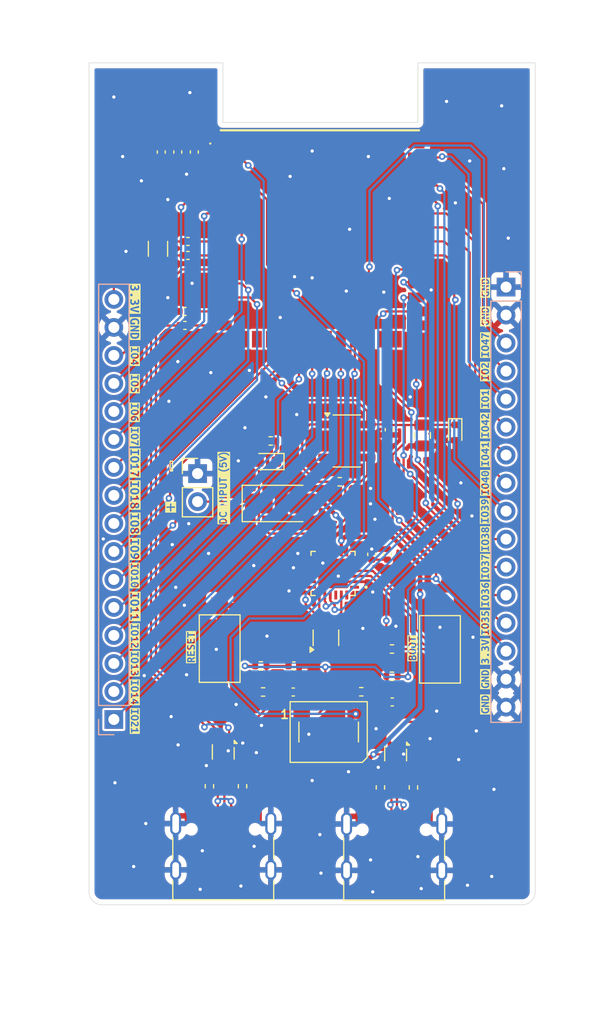
<source format=kicad_pcb>
(kicad_pcb (version 20241229) (generator "pcbnew") (generator_version "9.0")
  (layers (0 "F.Cu" signal) (2 "B.Cu" signal) (13 "F.Paste" user) (15 "B.Paste" user) (5 "F.SilkS" user "F.Silkscreen") (7 "B.SilkS" user "B.Silkscreen") (1 "F.Mask" user) (3 "B.Mask" user) (25 "Edge.Cuts" user))
  (net 0 "")
  (net 1 "+3V3")
  (net 2 "GND")
  (net 3 "Net-(U1-VDD)")
  (net 4 "ESP_RST{slash}EN")
  (net 5 "ESP_IO0")
  (net 6 "USB_5V")
  (net 7 "Net-(D1-K)")
  (net 8 "Net-(D2-K)")
  (net 9 "Net-(E1-D+-PadA6)")
  (net 11 "Net-(E1-D--PadA7)")
  (net 12 "/UART_USB_CC1")
  (net 13 "/UART_USB_CC2")
  (net 15 "Net-(E2-D--PadA7)")
  (net 17 "/USB_CC1")
  (net 18 "Net-(E2-D+-PadA6)")
  (net 20 "/USB_CC2")
  (net 22 "Net-(IC1-IO19)")
  (net 24 "Net-(IC1-IO15)")
  (net 25 "Net-(IC1-IO16)")
  (net 26 "Net-(IC1-IO20)")
  (net 27 "USB_TXD-ESP_RX")
  (net 29 "USB_RXD-ESP_TX")
  (net 30 "USB_RTS")
  (net 31 "USB_DTR")
  (net 32 "Net-(R1-Pad1)")
  (net 33 "Net-(R2-Pad1)")
  (net 34 "/USB_D-")
  (net 35 "/USB_D+")
  (net 36 "Net-(R14-Pad1)")
  (net 37 "Net-(U4-CE)")
  (net 40 "/USB_UART_D-")
  (net 46 "/USB_UART_D+")
  (net 53 "/IO47")
  (net 54 "/IO6")
  (net 55 "/IO39")
  (net 56 "/IO4")
  (net 57 "/IO42")
  (net 58 "/IO18")
  (net 59 "/IO35")
  (net 60 "/IO37")
  (net 61 "/IO8")
  (net 62 "/IO5")
  (net 63 "/IO17")
  (net 64 "/IO1")
  (net 65 "/IO11")
  (net 66 "/IO21")
  (net 67 "/IO13")
  (net 68 "/IO10")
  (net 69 "/IO2")
  (net 70 "/IO9")
  (net 71 "/IO36")
  (net 72 "/IO7")
  (net 73 "/IO40")
  (net 74 "/IO14")
  (net 75 "/IO41")
  (net 76 "/IO38")
  (net 77 "/IO12")
  (net 78 "Net-(C1-Pad1)")
  (net 80 "RGB_LED")
  (footprint "kibuzzard-6988DF59" (layer "F.Cu") (at 128 86 -90)
    (property "Reference" "kibuzzard-6988DF59" (hide yes))
    (property "Value" "G***" (hide yes))
  )
  (footprint "Capacitor_SMD:C_0402_1005Metric" (layer "F.Cu") (at 151.09595 77.475215 -90)
    (property "Reference" "C16" (hide yes))
    (property "Value" "100nF,50V,X7R" (hide yes))
  )
  (footprint "Capacitor_SMD:C_0402_1005Metric" (layer "F.Cu") (at 132.551274 68.02066)
    (property "Reference" "R4" (hide yes))
    (property "Value" "22")
  )
  (footprint "kibuzzard-6988E09C" (layer "F.Cu") (at 128 75.9 -90)
    (property "Reference" "kibuzzard-6988E09C" (hide yes))
    (property "Value" "G***" (hide yes))
  )
  (footprint "Diode_SMD:D_SOD-523" (layer "F.Cu") (at 157.088451 77.740231 -90)
    (property "Reference" "D9" (hide yes))
    (property "Value" "ESD5Z3.3T1G" (hide yes))
  )
  (footprint "Resistor_SMD:R_0402_1005Metric" (layer "F.Cu") (at 150.296846 109.925 -90)
    (property "Reference" "R16" (hide yes))
    (property "Value" "0402,5.1k" (hide yes))
  )
  (footprint "Capacitor_SMD:C_0402_1005Metric" (layer "F.Cu") (at 131.905 52.29 90)
    (property "Reference" "C3" (hide yes))
    (property "Value" "100nF,50V,X7R" (hide yes))
  )
  (footprint "Diode_SMD:D_SMA" (layer "F.Cu") (at 141.259622 84.168449)
    (property "Reference" "D1" (hide yes))
    (property "Value" "SS34")
  )
  (footprint "kibuzzard-6988E101" (layer "F.Cu") (at 159.8 102.4 90)
    (property "Reference" "kibuzzard-6988E101" (hide yes))
    (property "Value" "G***" (hide yes))
  )
  (footprint "Capacitor_SMD:C_0402_1005Metric" (layer "F.Cu") (at 132.544131 66.748707)
    (property "Reference" "R3" (hide yes))
    (property "Value" "22")
  )
  (footprint "Resistor_SMD:R_0402_1005Metric" (layer "F.Cu") (at 151.344455 97.37 180)
    (property "Reference" "R14" (hide yes))
    (property "Value" "0402,22" (hide yes))
  )
  (footprint "kibuzzard-6988E02D" (layer "F.Cu") (at 128 101.3 -90)
    (property "Reference" "kibuzzard-6988E02D" (hide yes))
    (property "Value" "G***" (hide yes))
  )
  (footprint "kibuzzard-6988E15C" (layer "F.Cu") (at 159.8 74.7 90)
    (property "Reference" "kibuzzard-6988E15C" (hide yes))
    (property "Value" "G***" (hide yes))
  )
  (footprint "Package_TO_SOT_SMD:SOT-89-5" (layer "F.Cu") (at 147.25 78.5)
    (property "Reference" "U4" (hide yes))
    (property "Value" "AP7361C")
  )
  (footprint "Capacitor_SMD:C_0402_1005Metric" (layer "F.Cu") (at 132.825 61.669999)
    (property "Reference" "R2" (hide yes))
    (property "Value" "0" (hide yes))
  )
  (footprint "Package_TO_SOT_SMD:SOT-666" (layer "F.Cu") (at 136.030048 106.704 -90)
    (property "Reference" "U2" (hide yes))
    (property "Value" "USBLC6-2P6" (hide yes))
  )
  (footprint "kibuzzard-6988E16F" (layer "F.Cu") (at 159.8 67.2 90)
    (property "Reference" "kibuzzard-6988E16F" (hide yes))
    (property "Value" "G***" (hide yes))
  )
  (footprint "Capacitor_SMD:C_0402_1005Metric" (layer "F.Cu") (at 130.405 52.29 90)
    (property "Reference" "C2" (hide yes))
    (property "Value" "1uF" (hide yes))
  )
  (footprint "kibuzzard-6988E176" (layer "F.Cu") (at 159.8 64.6 90)
    (property "Reference" "kibuzzard-6988E176" (hide yes))
    (property "Value" "G***" (hide yes))
  )
  (footprint "Resistor_SMD:R_0402_1005Metric" (layer "F.Cu") (at 140.336282 78.497425)
    (property "Reference" "R7" (hide yes))
    (property "Value" "0402,1k" (hide yes))
  )
  (footprint "Capacitor_SMD:C_0402_1005Metric" (layer "F.Cu") (at 151.372201 102.17)
    (property "Reference" "C13" (hide yes))
    (property "Value" "10u" (hide yes))
  )
  (footprint "Resistor_SMD:R_0402_1005Metric" (layer "F.Cu") (at 153.293153 109.925 -90)
    (property "Reference" "R17" (hide yes))
    (property "Value" "0402,5.1k" (hide yes))
  )
  (footprint "Local_Libraries:CP2104_QFN50P400X400X80-25N" (layer "F.Cu") (at 145.995 90.515 180)
    (property "Reference" "U1" (hide yes))
    (property "Value" "CP2104" (hide yes))
  )
  (footprint "Resistor_SMD:R_0402_1005Metric" (layer "F.Cu") (at 137.780974 109.819 -90)
    (property "Reference" "R6" (hide yes))
    (property "Value" "0402,5.1k" (hide yes))
  )
  (footprint "Capacitor_SMD:C_0402_1005Metric" (layer "F.Cu") (at 132.825 60.40326)
    (property "Reference" "R1" (hide yes))
    (property "Value" "0" (hide yes))
  )
  (footprint "kibuzzard-6988E0B4" (layer "F.Cu") (at 128 73.3 -90)
    (property "Reference" "kibuzzard-6988E0B4" (hide yes))
    (property "Value" "G***" (hide yes))
  )
  (footprint "kibuzzard-6988DF80" (layer "F.Cu") (at 128 93.5 -90)
    (property "Reference" "kibuzzard-6988DF80" (hide yes))
    (property "Value" "G***" (hide yes))
  )
  (footprint "kibuzzard-6988E0BB" (layer "F.Cu") (at 128 70.8 -90)
    (property "Reference" "kibuzzard-6988E0BB" (hide yes))
    (property "Value" "G***" (hide yes))
  )
  (footprint "Button_Switch_SMD:SW_SPST_CK_RS282G05A3" (layer "F.Cu") (at 135.705 97.331615 90)
    (property "Reference" "SW1" (hide yes))
    (property "Value" "SW_Push" (hide yes))
  )
  (footprint "kibuzzard-6988E14E" (layer "F.Cu") (at 159.8 79.7 90)
    (property "Reference" "kibuzzard-6988E14E" (hide yes))
    (property "Value" "G***" (hide yes))
  )
  (footprint "kibuzzard-6988E119" (layer "F.Cu") (at 159.8 95 90)
    (property "Reference" "kibuzzard-6988E119" (hide yes))
    (property "Value" "G***" (hide yes))
  )
  (footprint "Capacitor_SMD:C_0402_1005Metric" (layer "F.Cu") (at 133.405 52.29 90)
    (property "Reference" "C4" (hide yes))
    (property "Value" "10u" (hide yes))
  )
  (footprint "Local_Libraries:ESP32S3WROOM1UN16R8" (layer "F.Cu") (at 144.8 59.92)
    (property "Reference" "IC1" (hide yes))
    (property "Value" "ESP32-S3-WROOM-1U-N16R8" (hide yes))
  )
  (footprint "kibuzzard-6988E107" (layer "F.Cu") (at 159.8 100.1 90)
    (property "Reference" "kibuzzard-6988E107" (hide yes))
    (property "Value" "G***" (hide yes))
  )
  (footprint "Resistor_SMD:R_0402_1005Metric" (layer "F.Cu") (at 139.645 101.265348)
    (property "Reference" "R13" (hide yes))
    (property "Value" "0402,22" (hide yes))
  )
  (footprint "LED_SMD:LED_WS2812B_PLCC4_5.0x5.0mm_P3.2mm" (layer "F.Cu") (at 145.6 104.9)
    (property "Reference" "D21" (hide yes))
    (property "Value" "WS2812B" (hide yes))
  )
  (footprint "Resistor_SMD:R_0402_1005Metric" (layer "F.Cu") (at 146.6 82.2 180)
    (property "Reference" "R18" (hide yes))
    (property "Value" "0402,10k" (hide yes))
  )
  (footprint "kibuzzard-6988E134" (layer "F.Cu") (at 159.8 87.4 90)
    (property "Reference" "kibuzzard-6988E134" (hide yes))
    (property "Value" "G***" (hide yes))
  )
  (footprint "kibuzzard-6988E12C" (layer "F.Cu") (at 159.8 89.9 90)
    (property "Reference" "kibuzzard-6988E12C" (hide yes))
    (property "Value" "G***" (hide yes))
  )
  (footprint "Capacitor_SMD:C_0402_1005Metric" (layer "F.Cu") (at 142.38408 101.27)
    (property "Reference" "C1" (hide yes))
    (property "Value" "100nF,50V,X7R" (hide yes))
  )
  (footprint "LED_SMD:LED_0603_1608Metric" (layer "F.Cu") (at 140.059622 80.368449 180)
    (property "Reference" "D2" (hide yes))
    (property "Value" "LED" (hide yes))
  )
  (footprint "kibuzzard-6988E04D" (layer "F.Cu") (at 128 96.2 -90)
    (property "Reference" "kibuzzard-6988E04D" (hide yes))
    (property "Value" "G***" (hide yes))
  )
  (footprint "kibuzzard-6988E025" (layer "F.Cu") (at 128 103.9 -90)
    (property "Reference" "kibuzzard-6988E025" (hide yes))
    (property "Value" "G***" (hide yes))
  )
  (footprint "Package_TO_SOT_SMD:SOT-666" (layer "F.Cu") (at 151.677605 106.861934 -90)
    (property "Reference" "U3" (hide yes))
    (property "Value" "USBLC6-2P6" (hide yes))
  )
  (footprint "Capacitor_SMD:C_0402_1005Metric" (layer "F.Cu") (at 142.435 98.901615)
    (property "Reference" "C12" (hide yes))
    (property "Value" "10u" (hide yes))
  )
  (footprint "kibuzzard-6988EF1E" (layer "F.Cu") (at 133.1 97.2 90)
    (property "Reference" "kibuzzard-6988EF1E" (hide yes))
    (property "Value" "G***" (hide yes))
  )
  (footprint "kibuzzard-6988E120" (layer "F.Cu") (at 159.8 92.439148 90)
    (property "Reference" "kibuzzard-6988E120" (hide yes))
    (property "Value" "G***" (hide yes))
  )
  (footprint "kibuzzard-6988DF41" (layer "F.Cu") (at 128 80.5 -90)
    (property "Reference" "kibuzzard-6988DF41" (hide yes))
    (property "Value" "G***" (hide yes))
  )
  (footprint "kibuzzard-6988EF30" (layer "F.Cu") (at 153.2 97.3 90)
    (property "Reference" "kibuzzard-6988EF30" (hide yes))
    (property "Value" "G***" (hide yes))
  )
  (footprint "Crystal:Crystal_SMD_3215-2Pin_3.2x1.5mm" (layer "F.Cu") (at 130.105 61.07 -90)
    (property "Reference" "Y1" (hide yes))
    (property "Value" "32.768kHz" (hide yes))
  )
  (footprint "Capacitor_SMD:C_0805_2012Metric" (layer "F.Cu") (at 154.1 78 -90)
    (property "Reference" "C17" (hide yes))
    (property "Value" "0805,22uF,25V,X5R" (hide yes))
  )
  (footprint "Package_TO_SOT_SMD:SOT-363_SC-70-6" (layer "F.Cu") (at 145.35 96.35 90)
    (property "Reference" "Q1" (hide yes))
    (property "Value" "UMH3N")
  )
  (footprint "Resistor_SMD:R_0402_1005Metric" (layer "F.Cu") (at 148.558985 101.248515)
    (property "Reference" "R41" (hide yes))
    (property "Value" "10k" (hide yes))
  )
  (footprint "Capacitor_SMD:C_0402_1005Metric" (layer "F.Cu") (at 149.506493 88.785 90)
    (property "Reference" "C9" (hide yes))
    (property "Value" "10uF,10V" (hide yes))
  )
  (footprint "Button_Switch_SMD:SW_SPST_CK_RS282G05A3" (layer "F.Cu") (at 155.7 97.4 90)
    (property "Reference" "SW2" (hide yes))
    (property "Value" "SW_Push" (hide yes))
  )
  (footprint "kibuzzard-6988E146" (layer "F.Cu") (at 159.8 82.3 90)
    (property "Reference" "kibuzzard-6988E146" (hide yes))
    (property "Value" "G***" (hide yes))
  )
  (footprint "kibuzzard-6988E091" (layer "F.Cu") (at 128 78.1 -90)
    (property "Reference" "kibuzzard-6988E091" (hide yes))
    (property "Value" "G***" (hide yes))
  )
  (footprint "kibuzzard-6988E162" (layer "F.Cu") (at 159.8 72.2 90)
    (property "Reference" "kibuzzard-6988E162" (hide yes))
    (property "Value" "G***" (hide yes))
  )
  (footprint "Resistor_SMD:R_0402_1005Metric" (layer "F.Cu") (at 139.445 98.901615)
    (property "Reference" "R11" (hide yes))
    (property "Value" "0402,10k" (hide yes))
  )
  (footprint "kibuzzard-6988DF49" (layer "F.Cu") (at 128 83.4 -90)
    (property "Reference" "kibuzzard-6988DF49" (hide yes))
    (property "Value" "G***" (hide yes))
  )
  (footprint "kibuzzard-6988DF68" (layer "F.Cu") (at 128 88.3 -90)
    (property "Reference" "kibuzzard-6988DF68" (hide yes))
    (property "Value" "G***" (hide yes))
  )
  (footprint "Connector_PinHeader_2.54mm:PinHeader_1x02_P2.54mm_Vertical" (layer "F.Cu") (at 133.7 81.46)
    (property "Reference" "J1" (hide yes))
    (property "Value" "5V INPUT" (hide yes))
  )
  (footprint "kibuzzard-6988E13F" (layer "F.Cu") (at 159.776447 84.860299 90)
    (property "Reference" "kibuzzard-6988E13F" (hide yes))
    (property "Value" "G***" (hide yes))
  )
  (footprint "kibuzzard-6988E169" (layer "F.Cu") (at 159.8 69.8 90)
    (property "Reference" "kibuzzard-6988E169" (hide yes))
    (property "Value" "G***" (hide yes))
  )
  (footprint "kibuzzard-6988E155" (layer "F.Cu") (at 159.8 77.1 90)
    (property "Reference" "kibuzzard-6988E155" (hide yes))
    (property "Value" "G***" (hide yes))
  )
  (footprint "kibuzzard-6988DF05" (layer "F.Cu") (at 128 65.6 -90)
    (property "Reference" "kibuzzard-6988DF05" (hide yes))
    (property "Value" "G***" (hide yes))
  )
  (footprint "Local_Libraries:USB_C" (layer "F.Cu") (at 136.030048 116.329)
    (property "Reference" "E2" (hide yes))
    (property "Value" "USB_C_Receptacle_USB2.0" (hide yes))
  )
  (footprint "kibuzzard-6988E039" (layer "F.Cu") (at 128 98.7 -90)
    (property "Reference" "kibuzzard-6988E039" (hide yes))
    (property "Value" "G***" (hide yes))
  )
  (footprint "Resistor_SMD:R_0402_1005Metric" (layer "F.Cu") (at 134.777482 109.819 -90)
    (property "Reference" "R5" (hide yes))
    (property "Value" "0402,5.1k" (hide yes))
  )
  (footprint "kibuzzard-6988DF0D" (layer "F.Cu") (at 128 68.3 -90)
    (property "Reference" "kibuzzard-6988DF0D" (hide yes))
    (property "Value" "G***" (hide yes))
  )
  (footprint "kibuzzard-6988E10C" (layer "F.Cu") (at 159.8 97.6 90)
    (property "Reference" "kibuzzard-6988E10C" (hide yes))
    (property "Value" "G***" (hide yes))
  )
  (footprint "kibuzzard-6988E063" (layer "F.Cu") (at 128 90.7 -90)
    (property "Reference" "kibuzzard-6988E063" (hide yes))
    (property "Value" "G***" (hide yes))
  )
  (footprint "Local_Libraries:USB_C" (layer "F.Cu") (at 151.545 116.37)
    (property "Reference" "E1" (hide yes))
    (property "Value" "USB_C_Receptacle_USB2.0" (hide yes))
  )
  (footprint "Capacitor_SMD:C_0402_1005Metric" (layer "F.Cu") (at 150.936014 88.784208 90)
    (property "Reference" "C8" (hide yes))
    (property "Value" "100nF,50V,X7R" (hide yes))
  )
  (footprint "Resistor_SMD:R_0402_1005Metric" (layer "F.Cu") (at 151.344068 99.84 180)
    (property "Reference" "R12" (hide yes))
    (property "Value" "0402,10k" (hide yes))
  )
  (footprint "Connector_PinHeader_2.54mm:PinHeader_1x16_P2.54mm_Vertical" (layer "B.Cu") (at 126.1 103.76)
    (property "Reference" "J4" (hide yes))
    (property "Value" "Conn_01x16" (hide yes))
  )
  (footprint "Connector_PinHeader_2.54mm:PinHeader_1x16_P2.54mm_Vertical" (layer "B.Cu") (at 161.7 64.54 180)
    (property "Reference" "J5" (hide yes))
    (property "Value" "Conn_01x16" (hide yes))
  )
  (gr_arc (start 164.344543 119.342357) (mid 164.017357 120.200204) (end 163.176522 120.568916) (stroke (width 0.05)) (layer "Edge.Cuts"))
  (gr_line (start 153.7 44.2) (end 153.7 49.6) (stroke (width 0.05)) (layer "Edge.Cuts"))
  (gr_line (start 125.071587 120.572033) (end 163.176522 120.568916) (stroke (width 0.05)) (layer "Edge.Cuts"))
  (gr_line (start 153.7 49.6) (end 136 49.6) (stroke (width 0.05)) (layer "Edge.Cuts"))
  (gr_arc (start 125.071587 120.572033) (mid 124.21374 120.244847) (end 123.845028 119.404012) (stroke (width 0.05)) (layer "Edge.Cuts"))
  (gr_line (start 164.344543 119.342372) (end 164.344543 44.2) (stroke (width 0.05)) (layer "Edge.Cuts"))
  (gr_line (start 123.845028 44.2) (end 123.845028 119.40471) (stroke (width 0.05)) (layer "Edge.Cuts"))
  (gr_line (start 136 44.2) (end 136 49.6) (stroke (width 0.05)) (layer "Edge.Cuts"))
  (gr_line (start 164.344543 44.2) (end 153.7 44.2) (stroke (width 0.05)) (layer "Edge.Cuts"))
  (gr_line (start 123.845028 44.2) (end 136 44.2) (stroke (width 0.05)) (layer "Edge.Cuts"))
  (gr_text "DC INPUT (5V)" (at 136.386828 86.146799 90) (layer "F.SilkS" knockout) (effects (font (size 0.6 0.6) (thickness 0.12) (bold yes)) (justify left bottom)))
  (gr_text "+" (at 131.718617 85.138778 90) (layer "F.SilkS" knockout) (effects (font (size 0.9 0.9) (thickness 0.12) (bold yes)) (justify left bottom)))
  (gr_text "-" (at 131.777337 81.410082 90) (layer "F.SilkS" knockout) (effects (font (size 0.9 0.9) (thickness 0.12) (bold yes)) (justify left bottom)))
  (segment (start 151.09595 76.995215) (end 151.204785 76.995215) (width 0.2) (layer "F.Cu") (net 1))
  (segment (start 154.1 77.05) (end 154.15 77.05) (width 0.2) (layer "F.Cu") (net 1))
  (segment (start 145.3 102.6) (end 145.3 99) (width 0.2) (layer "F.Cu") (net 1))
  (segment (start 151.204785 76.995215) (end 151.25957 77.05) (width 0.2) (layer "F.Cu") (net 1))
  (segment (start 138.933385 98.9) (end 138.935 98.901615) (width 0.2) (layer "F.Cu") (net 1))
  (segment (start 152.5 77.05) (end 152.5 78.65) (width 0.2) (layer "F.Cu") (net 1))
  (segment (start 151.854068 99.84) (end 152.74 99.84) (width 0.2) (layer "F.Cu") (net 1))
  (segment (start 143.15 103.25) (end 144.65 103.25) (width 0.2) (layer "F.Cu") (net 1))
  (segment (start 141.35 73.25) (end 142.9 74.8) (width 0.2) (layer "F.Cu") (net 1))
  (segment (start 138 98.9) (end 138.933385 98.9) (width 0.2) (layer "F.Cu") (net 1))
  (segment (start 154.15 77.05) (end 154.159769 77.040231) (width 0.2) (layer "F.Cu") (net 1))
  (segment (start 136.04 52.77) (end 136.05 52.78) (width 0.2) (layer "F.Cu") (net 1))
  (segment (start 133.405 52.77) (end 136.04 52.77) (width 0.2) (layer "F.Cu") (net 1))
  (segment (start 151.25957 77.05) (end 154.1 77.05) (width 0.2) (layer "F.Cu") (net 1))
  (segment (start 151.399 86.5299) (end 155.349943 90.480843) (width 0.2) (layer "F.Cu") (net 1))
  (segment (start 149.1 75.8) (end 149.1 77) (width 0.2) (layer "F.Cu") (net 1))
  (segment (start 152.74 99.84) (end 152.8 99.9) (width 0.2) (layer "F.Cu") (net 1))
  (segment (start 144.65 103.25) (end 145.3 102.6) (width 0.2) (layer "F.Cu") (net 1))
  (segment (start 131.905 52.77) (end 133.405 52.77) (width 0.2) (layer "F.Cu") (net 1))
  (segment (start 149.104785 76.995215) (end 149.1 77) (width 0.2) (layer "F.Cu") (net 1))
  (segment (start 142.9 74.8) (end 148.1 74.8) (width 0.2) (layer "F.Cu") (net 1))
  (segment (start 151.399 79.751) (end 151.399 86.5299) (width 0.2) (layer "F.Cu") (net 1))
  (segment (start 154.159769 77.040231) (end 157.088451 77.040231) (width 0.2) (layer "F.Cu") (net 1))
  (segment (start 155.349943 90.480843) (end 155.349943 91) (width 0.2) (layer "F.Cu") (net 1))
  (segment (start 152.5 78.65) (end 151.399 79.751) (width 0.2) (layer "F.Cu") (net 1))
  (segment (start 130.405 52.77) (end 131.905 52.77) (width 0.2) (layer "F.Cu") (net 1))
  (segment (start 137.58 52.78) (end 136.05 52.78) (width 0.2) (layer "F.Cu") (net 1))
  (segment (start 126.1 55.6875) (end 126.1 65.66) (width 0.2) (layer "F.Cu") (net 1))
  (segment (start 138.3 53.5) (end 137.58 52.78) (width 0.2) (layer "F.Cu") (net 1))
  (segment (start 130.405 52.77) (end 129.0175 52.77) (width 0.2) (layer "F.Cu") (net 1))
  (segment (start 148.1 74.8) (end 149.1 75.8) (width 0.2) (layer "F.Cu") (net 1))
  (segment (start 129.0175 52.77) (end 126.1 55.6875) (width 0.2) (layer "F.Cu") (net 1))
  (segment (start 151.09595 76.995215) (end 149.104785 76.995215) (width 0.2) (layer "F.Cu") (net 1))
  (via (at 138.3 53.5) (size 0.6) (drill 0.3) (layers "F.Cu" "B.Cu") (net 1))
  (via (at 138 98.9) (size 0.6) (drill 0.3) (layers "F.Cu" "B.Cu") (net 1))
  (via (at 155.349943 91) (size 0.6) (drill 0.3) (layers "F.Cu" "B.Cu") (net 1))
  (via (at 152.8 99.9) (size 0.6) (drill 0.3) (layers "F.Cu" "B.Cu") (net 1))
  (via (at 141.35 73.25) (size 0.6) (drill 0.3) (layers "F.Cu" "B.Cu") (net 1))
  (via (at 145.3 99) (size 0.6) (drill 0.3) (layers "F.Cu" "B.Cu") (net 1))
  (segment (start 138.1 99) (end 145.3 99) (width 0.2) (layer "B.Cu") (net 1))
  (segment (start 153.8 91) (end 152.8 92) (width 0.2) (layer "B.Cu") (net 1))
  (segment (start 161.7 97.56) (end 161.7 97.350057) (width 0.2) (layer "B.Cu") (net 1))
  (segment (start 141.35 73.25) (end 139.701 71.601) (width 0.2) (layer "B.Cu") (net 1))
  (segment (start 139.701 71.601) (end 139.701 54.901) (width 0.2) (layer "B.Cu") (net 1))
  (segment (start 155.349943 91) (end 153.8 91) (width 0.2) (layer "B.Cu") (net 1))
  (segment (start 161.7 97.350057) (end 155.349943 91) (width 0.2) (layer "B.Cu") (net 1))
  (segment (start 139.701 54.901) (end 138.3 53.5) (width 0.2) (layer "B.Cu") (net 1))
  (segment (start 150.7 99.9) (end 152.8 99.9) (width 0.2) (layer "B.Cu") (net 1))
  (segment (start 145.3 99) (end 149.8 99) (width 0.2) (layer "B.Cu") (net 1))
  (segment (start 138 98.9) (end 138.1 99) (width 0.2) (layer "B.Cu") (net 1))
  (segment (start 149.8 99) (end 150.7 99.9) (width 0.2) (layer "B.Cu") (net 1))
  (segment (start 152.8 92) (end 152.8 99.9) (width 0.2) (layer "B.Cu") (net 1))
  (segment (start 152.292313 106.9) (end 152.4 106.9) (width 0.16) (layer "F.Cu") (net 2))
  (segment (start 134.777482 108.226445) (end 134.494185 107.943148) (width 0.2) (layer "F.Cu") (net 2))
  (segment (start 136.484471 106.604) (end 136.469272 106.604) (width 0.16) (layer "F.Cu") (net 2))
  (segment (start 151.677605 105.936934) (end 151.677605 106.285292) (width 0.16) (layer "F.Cu") (net 2))
  (segment (start 149.6 92.2) (end 149.6 91.689483) (width 0.2) (layer "F.Cu") (net 2))
  (segment (start 149.6 91.689483) (end 149.175517 91.265) (width 0.2) (layer "F.Cu") (net 2))
  (segment (start 134.777482 109.309) (end 134.777482 108.226445) (width 0.2) (layer "F.Cu") (net 2))
  (segment (start 151.677605 106.285292) (end 152.292313 106.9) (width 0.16) (layer "F.Cu") (net 2))
  (segment (start 150.936014 88.304208) (end 149.507285 88.304208) (width 0.2) (layer "F.Cu") (net 2))
  (segment (start 150.296846 109.415) (end 150.296846 108.296846) (width 0.2) (layer "F.Cu") (net 2))
  (segment (start 149.507285 88.304208) (end 149.506493 88.305) (width 0.2) (layer "F.Cu") (net 2))
  (segment (start 136.469272 106.604) (end 136.030048 106.164776) (width 0.16) (layer "F.Cu") (net 2))
  (segment (start 136.030048 106.164776) (end 136.030048 105.779) (width 0.16) (layer "F.Cu") (net 2))
  (segment (start 150.296846 108.296846) (end 150.1 108.1) (width 0.2) (layer "F.Cu") (net 2))
  (segment (start 147.95 91.265) (end 146.979377 91.265) (width 0.2) (layer "F.Cu") (net 2))
  (segment (start 146.979377 91.265) (end 146.473568 90.759191) (width 0.2) (layer "F.Cu") (net 2))
  (segment (start 149.175517 91.265) (end 147.95 91.265) (width 0.2) (layer "F.Cu") (net 2))
  (via (at 138.4 72.1) (size 0.6) (drill 0.3) (layers "F.Cu" "B.Cu") (net 2))
  (via (at 133 46.9) (size 0.6) (drill 0.3) (layers "F.Cu" "B.Cu") (net 2))
  (via (at 149.4 116.5) (size 0.6) (drill 0.3) (layers "F.Cu" "B.Cu") (net 2))
  (via (at 139.032636 106.767364) (size 0.6) (drill 0.3) (layers "F.Cu" "B.Cu") (net 2))
  (via (at 131.1 74.9) (size 0.6) (drill 0.3) (layers "F.Cu" "B.Cu") (net 2))
  (via (at 149.4 82.8) (size 0.6) (drill 0.3) (layers "F.Cu" "B.Cu") (net 2))
  (via (at 137.8 105.9) (size 0.6) (drill 0.3) (layers "F.Cu" "B.Cu") (net 2))
  (via (at 132.7 54.3) (size 0.6) (drill 0.3) (layers "F.Cu" "B.Cu") (net 2))
  (via (at 143.8 105.1) (size 0.6) (drill 0.3) (layers "F.Cu" "B.Cu") (net 2))
  (via (at 132.7 99.7) (size 0.6) (drill 0.3) (layers "F.Cu" "B.Cu") (net 2))
  (via (at 127.9 117.1) (size 0.6) (drill 0.3) (layers "F.Cu" "B.Cu") (net 2))
  (via (at 160.4 118) (size 0.6) (drill 0.3) (layers "F.Cu" "B.Cu") (net 2))
  (via (at 137.632636 118.867364) (size 0.6) (drill 0.3) (layers "F.Cu" "B.Cu") (net 2))
  (via (at 161.9 60.1) (size 0.6) (drill 0.3) (layers "F.Cu" "B.Cu") (net 2))
  (via (at 144.1 52.2) (size 0.6) (drill 0.3) (layers "F.Cu" "B.Cu") (net 2))
  (via (at 147.4 108.5) (size 0.6) (drill 0.3) (layers "F.Cu" "B.Cu") (net 2))
  (via (at 131.718039 91.7752) (size 0.6) (drill 0.3) (layers "F.Cu" "B.Cu") (net 2))
  (via (at 148.7 95.5) (size 0.6) (drill 0.3) (layers "F.Cu" "B.Cu") (net 2))
  (via (at 150.1 108.1) (size 0.6) (drill 0.3) (layers "F.Cu" "B.Cu") (net 2))
  (via (at 144.9 117.7) (size 0.6) (drill 0.3) (layers "F.Cu" "B.Cu") (net 2))
  (via (at 142.8 88.7) (size 0.6) (drill 0.3) (layers "F.Cu" "B.Cu") (net 2))
  (via (at 151.7 95.3) (size 0.6) (drill 0.3) (layers "F.Cu" "B.Cu") (net 2))
  (via (at 140 96.2) (size 0.6) (drill 0.3) (layers "F.Cu" "B.Cu") (net 2))
  (via (at 126.9 52.7) (size 0.6) (drill 0.3) (layers "F.Cu" "B.Cu") (net 2))
  (via (at 142.1 54.5) (size 0.6) (drill 0.3) (layers "F.Cu" "B.Cu") (net 2))
  (via (at 144.1 63.7) (size 0.6) (drill 0.3) (layers "F.Cu" "B.Cu") (net 2))
  (via (at 126.2 109.5) (size 0.6) (drill 0.3) (layers "F.Cu" "B.Cu") (net 2))
  (via (at 138.8 89.8) (size 0.6) (drill 0.3) (layers "F.Cu" "B.Cu") (net 2))
  (via (at 159 104.8) (size 0.6) (drill 0.3) (layers "F.Cu" "B.Cu") (net 2))
  (via (at 149.506493 88.305) (size 0.6) (drill 0.3) (layers "F.Cu" "B.Cu") (net 2))
  (via (at 131 56.6) (size 0.6) (drill 0.3) (layers "F.Cu" "B.Cu") (net 2))
  (via (at 147.5 59.3) (size 0.6) (drill 0.3) (layers "F.Cu" "B.Cu") (net 2))
  (via (at 128.6 54.9) (size 0.6) (drill 0.3) (layers "F.Cu" "B.Cu") (net 2))
  (via (at 158.7 96.3) (size 0.6) (drill 0.3) (layers "F.Cu" "B.Cu") (net 2))
  (via (at 131.932636 106.067364) (size 0.6) (drill 0.3) (layers "F.Cu" "B.Cu") (net 2))
  (via (at 154.9 64.8) (size 0.6) (drill 0.3) (layers "F.Cu" "B.Cu") (net 2))
  (via (at 156.3 47.7) (size 0.6) (drill 0.3) (layers "F.Cu" "B.Cu") (net 2))
  (via (at 132.9 86) (size 0.6) (drill 0.3) (layers "F.Cu" "B.Cu") (net 2))
  (via (at 147.2 64.9) (size 0.6) (drill 0.3) (layers "F.Cu" "B.Cu") (net 2))
  (via (at 131 65.5) (size 0.6) (drill 0.3) (layers "F.Cu" "B.Cu") (net 2))
  (via (at 157.1 56.9) (size 0.6) (drill 0.3) (layers "F.Cu" "B.Cu") (net 2))
  (via (at 149.2 52.7) (size 0.6) (drill 0.3) (layers "F.Cu" "B.Cu") (net 2))
  (via (at 149.4 84.2) (size 0.6) (drill 0.3) (layers "F.Cu" "B.Cu") (net 2))
  (via (at 149.9 104.6) (size 0.6) (drill 0.3) (layers "F.Cu" "B.Cu") (net 2))
  (via (at 142.5 63.6) (size 0.6) (drill 0.3) (layers "F.Cu" "B.Cu") (net 2))
  (via (at 146.473568 90.759191) (size 0.6) (drill 0.3) (layers "F.Cu" "B.Cu") (net 2))
  (via (at 133.932636 119.167364) (size 0.6) (drill 0.3) (layers "F.Cu" "B.Cu") (net 2))
  (via (at 138.832636 115.267364) (size 0.6) (drill 0.3) (layers "F.Cu" "B.Cu") (net 2))
  (via (at 158.2 118.8) (size 0.6) (drill 0.3) (layers "F.Cu" "B.Cu") (net 2))
  (via (at 144.8 114.2) (size 0.6) (drill 0.3) (layers "F.Cu" "B.Cu") (net 2))
  (via (at 153 74.5) (size 0.6) (drill 0.3) (layers "F.Cu" "B.Cu") (net 2))
  (via (at 149.8 85.6) (size 0.6) (drill 0.3) (layers "F.Cu" "B.Cu") (net 2))
  (via (at 149.6 92.2) (size 0.6) (drill 0.3) (layers "F.Cu" "B.Cu") (net 2))
  (via (at 131.3 103.5) (size 0.6) (drill 0.3) (layers "F.Cu" "B.Cu") (net 2))
  (via (at 138 77.3) (size 0.6) (drill 0.3) (layers "F.Cu" "B.Cu") (net 2))
  (via (at 135.4 97.4) (size 0.6) (drill 0.3) (layers "F.Cu" "B.Cu") (net 2))
  (via (at 151.1 56.5) (size 0.6) (drill 0.3) (layers "F.Cu" "B.Cu") (net 2))
  (via (at 150.6 65) (size 0.6) (drill 0.3) (layers "F.Cu" "B.Cu") (net 2))
  (via (at 142 92.1) (size 0.6) (drill 0.3) (layers "F.Cu" "B.Cu") (net 2))
  (via (at 131.4 87.9) (size 0.6) (drill 0.3) (layers "F.Cu" "B.Cu") (net 2))
  (via (at 161.5 53.8) (size 0.6) (drill 0.3) (layers "F.Cu" "B.Cu") (net 2))
  (via (at 154 119.1) (size 0.6) (drill 0.3) (layers "F.Cu" "B.Cu") (net 2))
  (via (at 134.7 88.7) (size 0.6) (drill 0.3) (layers "F.Cu" "B.Cu") (net 2))
  (via (at 136.484471 106.604) (size 0.6) (drill 0.3) (layers "F.Cu" "B.Cu") (net 2))
  (via (at 125.140349 87.386151) (size 0.6) (drill 0.3) (layers "F.Cu" "B.Cu") (net 2))
  (via (at 161.3 48.1) (size 0.6) (drill 0.3) (layers "F.Cu" "B.Cu") (net 2))
  (via (at 137.2 102.4) (size 0.6) (drill 0.3) (layers "F.Cu" "B.Cu") (net 2))
  (via (at 134.9 72.3) (size 0.6) (drill 0.3) (layers "F.Cu" "B.Cu") (net 2))
  (via (at 137.4 80.3) (size 0.6) (drill 0.3) (layers "F.Cu" "B.Cu") (net 2))
  (via (at 139.9 74.5) (size 0.6) (drill 0.3) (layers "F.Cu" "B.Cu") (net 2))
  (via (at 132.5 93.4) (size 0.6) (drill 0.3) (layers "F.Cu" "B.Cu") (net 2))
  (via (at 142.7 76.1) (size 0.6) (drill 0.3) (layers "F.Cu" "B.Cu") (net 2))
  (via (at 149.6 119.4) (size 0.6) (drill 0.3) (layers "F.Cu" "B.Cu") (net 2))
  (via (at 134.132636 115.667364) (size 0.6) (drill 0.3) (layers "F.Cu" "B.Cu") (net 2))
  (via (at 155.4 103) (size 0.6) (drill 0.3) (layers "F.Cu" "B.Cu") (net 2))
  (via (at 134.494185 107.943148) (size 0.6) (drill 0.3) (layers "F.Cu" "B.Cu") (net 2))
  (via (at 128.857527 99.779716) (size 0.6) (drill 0.3) (layers "F.Cu" "B.Cu") (net 2))
  (via (at 157.6 82.3) (size 0.6) (drill 0.3) (layers "F.Cu" "B.Cu") (net 2))
  (via (at 141.2 67.3) (size 0.6) (drill 0.3) (layers "F.Cu" "B.Cu") (net 2))
  (via (at 153.7 116.2) (size 0.6) (drill 0.3) (layers "F.Cu" "B.Cu") (net 2))
  (via (at 139.5 104.3) (size 0.6) (drill 0.3) (layers "F.Cu" "B.Cu") (net 2))
  (via (at 154.8 105.5) (size 0.6) (drill 0.3) (layers "F.Cu" "B.Cu") (net 2))
  (via (at 158.6 85.3) (size 0.6) (drill 0.3) (layers "F.Cu" "B.Cu") (net 2))
  (via (at 144.1 109.3) (size 0.6) (drill 0.3) (layers "F.Cu" "B.Cu") (net 2))
  (via (at 155.7 95.4) (size 0.6) (drill 0.3) (layers "F.Cu" "B.Cu") (net 2))
  (via (at 131.908278 71.298343) (size 0.6) (drill 0.3) (layers "F.Cu" "B.Cu") (net 2))
  (via (at 127.2 61.3) (size 0.6) (drill 0.3) (layers "F.Cu" "B.Cu") (net 2))
  (via (at 160.6 110.1) (size 0.6) (drill 0.3) (layers "F.Cu" "B.Cu") (net 2))
  (via (at 126.1 47.3) (size 0.6) (drill 0.3) (layers "F.Cu" "B.Cu") (net 2))
  (via (at 152.4 106.9) (size 0.6) (drill 0.3) (layers "F.Cu" "B.Cu") (net 2))
  (via (at 157.4 107.4) (size 0.6) (drill 0.3) (layers "F.Cu" "B.Cu") (net 2))
  (via (at 129 113.2) (size 0.6) (drill 0.3) (layers "F.Cu" "B.Cu") (net 2))
  (via (at 145.068923 89.572166) (size 0.6) (drill 0.3) (layers "F.Cu" "B.Cu") (net 2))
  (via (at 133.2 64.2) (size 0.6) (drill 0.3) (layers "F.Cu" "B.Cu") (net 2))
  (via (at 158.4 53.1) (size 0.6) (drill 0.3) (layers "F.Cu" "B.Cu") (net 2))
  (via (at 142.4 90) (size 0.6) (drill 0.3) (layers "F.Cu" "B.Cu") (net 2))
  (segment (start 147.95 89.265) (end 147.95 89.765) (width 0.2) (layer "F.Cu") (net 3))
  (segment (start 149.506493 89.265) (end 150.935222 89.265) (width 0.2) (layer "F.Cu") (net 3))
  (segment (start 150.935222 89.265) (end 150.936014 89.264208) (width 0.2) (layer "F.Cu") (net 3))
  (segment (start 147.95 89.265) (end 149.506493 89.265) (width 0.2) (layer "F.Cu") (net 3))
  (segment (start 139.955 99.745) (end 139.955 98.901615) (width 0.2) (layer "F.Cu") (net 4))
  (segment (start 142.6 65.1) (end 140 62.5) (width 0.2) (layer "F.Cu") (net 4))
  (segment (start 137.45 54.05) (end 136.05 54.05) (width 0.2) (layer "F.Cu") (net 4))
  (segment (start 139.135 100.565) (end 139.955 99.745) (width 0.2) (layer "F.Cu") (net 4))
  (segment (start 143.5 92.9) (end 143.5 93.3) (width 0.2) (layer "F.Cu") (net 4))
  (segment (start 139.135 101.265348) (end 139.135 100.565) (width 0.2) (layer "F.Cu") (net 4))
  (segment (start 139.955 98.901615) (end 141.955 98.901615) (width 0.2) (layer "F.Cu") (net 4))
  (segment (start 140 56.6) (end 137.45 54.05) (width 0.2) (layer "F.Cu") (net 4))
  (segment (start 144.75 95.4) (end 142.7 95.4) (width 0.2) (layer "F.Cu") (net 4))
  (segment (start 143.5 93.3) (end 144.75 94.55) (width 0.2) (layer "F.Cu") (net 4))
  (segment (start 142.7 65.1) (end 142.6 65.1) (width 0.2) (layer "F.Cu") (net 4))
  (segment (start 140 62.5) (end 140 56.6) (width 0.2) (layer "F.Cu") (net 4))
  (segment (start 144.75 94.55) (end 144.75 95.4) (width 0.2) (layer "F.Cu") (net 4))
  (segment (start 142.7 95.4) (end 141.955 96.145) (width 0.2) (layer "F.Cu") (net 4))
  (segment (start 141.955 96.145) (end 141.955 98.901615) (width 0.2) (layer "F.Cu") (net 4))
  (via (at 143.5 92.9) (size 0.6) (drill 0.3) (layers "F.Cu" "B.Cu") (net 4))
  (via (at 142.7 65.1) (size 0.6) (drill 0.3) (layers "F.Cu" "B.Cu") (net 4))
  (segment (start 142.7 65.2) (end 148.8 71.3) (width 0.2) (layer "B.Cu") (net 4))
  (segment (start 143.5 92.4) (end 143.5 92.9) (width 0.2) (layer "B.Cu") (net 4))
  (segment (start 148.8 71.3) (end 148.8 87.1) (width 0.2) (layer "B.Cu") (net 4))
  (segment (start 142.7 65.1) (end 142.7 65.2) (width 0.2) (layer "B.Cu") (net 4))
  (segment (start 148.8 87.1) (end 143.5 92.4) (width 0.2) (layer "B.Cu") (net 4))
  (segment (start 150.834455 94.811118) (end 150.834455 97.37) (width 0.2) (layer "F.Cu") (net 5))
  (segment (start 146 97.3) (end 146.07 97.37) (width 0.2) (layer "F.Cu") (net 5))
  (segment (start 153.7 80.399) (end 157.3005 83.9995) (width 0.2) (layer "F.Cu") (net 5))
  (segment (start 150.834068 99.934068) (end 150.892201 99.992201) (width 0.2) (layer "F.Cu") (net 5))
  (segment (start 150.834455 97.37) (end 150.834455 97.565545) (width 0.2) (layer "F.Cu") (net 5))
  (segment (start 146.07 97.37) (end 150.834455 97.37) (width 0.2) (layer "F.Cu") (net 5))
  (segment (start 153.55 73.35) (end 153.55 68.02) (width 0.2) (layer "F.Cu") (net 5))
  (segment (start 157.3005 83.9995) (end 157.3005 84.2) (width 0.2) (layer "F.Cu") (net 5))
  (segment (start 150.892201 99.992201) (end 150.892201 102.17) (width 0.2) (layer "F.Cu") (net 5))
  (segment (start 150.834068 99.84) (end 150.834068 99.934068) (width 0.2) (layer "F.Cu") (net 5))
  (segment (start 150.834068 97.565932) (end 150.834068 99.84) (width 0.2) (layer "F.Cu") (net 5))
  (segment (start 153.7 80.2) (end 153.7 80.399) (width 0.2) (layer "F.Cu") (net 5))
  (segment (start 150.834455 97.565545) (end 150.834068 97.565932) (width 0.2) (layer "F.Cu") (net 5))
  (via (at 150.834455 94.811118) (size 0.6) (drill 0.3) (layers "F.Cu" "B.Cu") (net 5))
  (via (at 153.7 80.2) (size 0.6) (drill 0.3) (layers "F.Cu" "B.Cu") (net 5))
  (via (at 157.3005 84.2) (size 0.6) (drill 0.3) (layers "F.Cu" "B.Cu") (net 5))
  (via (at 153.55 73.35) (size 0.6) (drill 0.3) (layers "F.Cu" "B.Cu") (net 5))
  (segment (start 150.83456 92.06544) (end 150.83456 94.811013) (width 0.2) (layer "B.Cu") (net 5))
  (segment (start 153.6 75.55006) (end 153.6 73.4) (width 0.2) (layer "B.Cu") (net 5))
  (segment (start 153.6 76.249946) (end 153.701 76.148946) (width 0.2) (layer "B.Cu") (net 5))
  (segment (start 153.6 79.95147) (end 153.6 76.249946) (width 0.2) (layer "B.Cu") (net 5))
  (segment (start 153.7 80.05147) (end 153.6 79.95147) (width 0.2) (layer "B.Cu") (net 5))
  (segment (start 157.3 85.6) (end 150.83456 92.06544) (width 0.2) (layer "B.Cu") (net 5))
  (segment (start 157.3005 84.2) (end 157.3005 85.3995) (width 0.2) (layer "B.Cu") (net 5))
  (segment (start 157.3005 85.3995) (end 157.3 85.4) (width 0.2) (layer "B.Cu") (net 5))
  (segment (start 150.83456 94.811013) (end 150.834455 94.811118) (width 0.2) (layer "B.Cu") (net 5))
  (segment (start 153.7 80.2) (end 153.7 80.05147) (width 0.2) (layer "B.Cu") (net 5))
  (segment (start 157.3 85.4) (end 157.3 85.6) (width 0.2) (layer "B.Cu") (net 5))
  (segment (start 153.701 76.148946) (end 153.701 75.65106) (width 0.2) (layer "B.Cu") (net 5))
  (segment (start 153.701 75.65106) (end 153.6 75.55006) (width 0.2) (layer "B.Cu") (net 5))
  (segment (start 153.6 73.4) (end 153.55 73.35) (width 0.2) (layer "B.Cu") (net 5))
  (segment (start 151.677605 107.199984) (end 151.677605 107.786934) (width 0.2) (layer "F.Cu") (net 6))
  (segment (start 146.745 88.56) (end 146.745 87.545) (width 0.3) (layer "F.Cu") (net 6))
  (segment (start 152.482519 114.7) (end 150.6 114.7) (width 0.2) (layer "F.Cu") (net 6))
  (segment (start 146.247136 85.234815) (end 145.18077 84.168449) (width 0.4) (layer "F.Cu") (net 6))
  (segment (start 141.3 110.8) (end 149.045 110.8) (width 0.35) (layer "F.Cu") (net 6))
  (segment (start 133.630048 112.5055) (end 133.630048 107.551085) (width 0.2) (layer "F.Cu") (net 6))
  (segment (start 149.145 110.9) (end 149.145 107.455) (width 0.4) (layer "F.Cu") (net 6))
  (segment (start 135.777029 106.846389) (end 136.030048 107.099408) (width 0.2) (layer "F.Cu") (net 6))
  (segment (start 133.630048 107.551085) (end 134.334744 106.846389) (width 0.2) (layer "F.Cu") (net 6))
  (segment (start 138.430048 113.169952) (end 137.2 114.4) (width 0.2) (layer "F.Cu") (net 6))
  (segment (start 146.745 88.56) (end 147.245 88.56) (width 0.3) (layer "F.Cu") (net 6))
  (segment (start 134.334744 106.846389) (end 135.777029 106.846389) (width 0.2) (layer "F.Cu") (net 6))
  (segment (start 153.945 112.5465) (end 153.945 113.237519) (width 0.2) (layer "F.Cu") (net 6))
  (segment (start 149.145 113.245) (end 149.145 112.5465) (width 0.2) (layer "F.Cu") (net 6))
  (segment (start 133.630048 113.257992) (end 133.630048 112.5055) (width 0.2) (layer "F.Cu") (net 6))
  (segment (start 134.772056 114.4) (end 133.630048 113.257992) (width 0.2) (layer "F.Cu") (net 6))
  (segment (start 138.430048 111.569952) (end 139.2 110.8) (width 0.35) (layer "F.Cu") (net 6))
  (segment (start 137.2 114.4) (end 134.772056 114.4) (width 0.2) (layer "F.Cu") (net 6))
  (segment (start 139.2 110.8) (end 141.3 110.8) (width 0.35) (layer "F.Cu") (net 6))
  (segment (start 153.9 89.73942) (end 153.9 92.4) (width 0.4) (layer "F.Cu") (net 6))
  (segment (start 149.673736 106.926264) (end 151.403885 106.926264) (width 0.2) (layer "F.Cu") (net 6))
  (segment (start 151.36058 87.2) (end 153.9 89.73942) (width 0.4) (layer "F.Cu") (net 6))
  (segment (start 146.745 87.545) (end 147.09 87.2) (width 0.4) (layer "F.Cu") (net 6))
  (segment (start 149.045 110.8) (end 149.145 110.9) (width 0.35) (layer "F.Cu") (net 6))
  (segment (start 147.09 87.2) (end 151.36058 87.2) (width 0.4) (layer "F.Cu") (net 6))
  (segment (start 153.945 113.237519) (end 152.482519 114.7) (width 0.2) (layer "F.Cu") (net 6))
  (segment (start 151.403885 106.926264) (end 151.677605 107.199984) (width 0.2) (layer "F.Cu") (net 6))
  (segment (start 138.430048 112.5055) (end 138.430048 113.169952) (width 0.2) (layer "F.Cu") (net 6))
  (segment (start 150.6 114.7) (end 149.145 113.245) (width 0.2) (layer "F.Cu") (net 6))
  (segment (start 138.430048 112.5055) (end 138.430048 111.569952) (width 0.35) (layer "F.Cu") (net 6))
  (segment (start 149.145 107.455) (end 149.673736 106.926264) (width 0.4) (layer "F.Cu") (net 6))
  (segment (start 136.030048 107.099408) (end 136.030048 107.629) (width 0.2) (layer "F.Cu") (net 6))
  (segment (start 145.18077 84.168449) (end 143.259622 84.168449) (width 0.4) (layer "F.Cu") (net 6))
  (segment (start 149.145 112.5465) (end 149.145 110.9) (width 0.4) (layer "F.Cu") (net 6))
  (via (at 153.9 92.4) (size 0.6) (drill 0.3) (layers "F.Cu" "B.Cu") (net 6))
  (via (at 149.673736 106.926264) (size 0.6) (drill 0.3) (layers "F.Cu" "B.Cu") (net 6))
  (via (at 146.745 87.545) (size 0.6) (drill 0.3) (layers "F.Cu" "B.Cu") (net 6))
  (via (at 146.247136 85.234815) (size 0.6) (drill 0.3) (layers "F.Cu" "B.Cu") (net 6))
  (segment (start 153.9 102.7) (end 149.673736 106.926264) (width 0.4) (layer "B.Cu") (net 6))
  (segment (start 146.3 85.287679) (end 146.3 85.3) (width 0.4) (layer "B.Cu") (net 6))
  (segment (start 153.9 92.4) (end 153.9 102.7) (width 0.4) (layer "B.Cu") (net 6))
  (segment (start 146.7 85.7) (end 146.7 87.5) (width 0.4) (layer "B.Cu") (net 6))
  (segment (start 146.247136 85.234815) (end 146.3 85.287679) (width 0.4) (layer "B.Cu") (net 6))
  (segment (start 146.3 85.3) (end 146.7 85.7) (width 0.4) (layer "B.Cu") (net 6))
  (segment (start 146.7 87.5) (end 146.745 87.545) (width 0.4) (layer "B.Cu") (net 6))
  (segment (start 149.1 80) (end 149.1 81.6) (width 0.2) (layer "F.Cu") (net 7))
  (segment (start 139.091173 84) (end 139.259622 84.168449) (width 0.2) (layer "F.Cu") (net 7))
  (segment (start 140.2 86.9) (end 139.259622 85.959622) (width 0.2) (layer "F.Cu") (net 7))
  (segment (start 139.259622 85.959622) (end 139.259622 84.168449) (width 0.2) (layer "F.Cu") (net 7))
  (segment (start 139.272122 84.155949) (end 139.259622 84.168449) (width 0.2) (layer "F.Cu") (net 7))
  (segment (start 147.11 85.59) (end 145.8 86.9) (width 0.2) (layer "F.Cu") (net 7))
  (segment (start 148.5 82.2) (end 147.11 82.2) (width 0.2) (layer "F.Cu") (net 7))
  (segment (start 145.8 86.9) (end 140.2 86.9) (width 0.2) (layer "F.Cu") (net 7))
  (segment (start 139.272122 80.368449) (end 139.272122 84.155949) (width 0.2) (layer "F.Cu") (net 7))
  (segment (start 147.11 82.2) (end 147.11 85.59) (width 0.2) (layer "F.Cu") (net 7))
  (segment (start 149.1 81.6) (end 148.5 82.2) (width 0.2) (layer "F.Cu") (net 7))
  (segment (start 133.7 84) (end 139.091173 84) (width 0.2) (layer "F.Cu") (net 7))
  (segment (start 140.847122 80.368449) (end 140.847122 78.498265) (width 0.2) (layer "F.Cu") (net 8))
  (segment (start 140.847122 78.498265) (end 140.846282 78.497425) (width 0.2) (layer "F.Cu") (net 8))
  (segment (start 152.295 112.645) (end 152.295 111.6) (width 0.2) (layer "F.Cu") (net 9))
  (segment (start 151.295 108.263153) (end 151.140105 108.108258) (width 0.2) (layer "F.Cu") (net 9))
  (segment (start 151.295 112.645) (end 151.295 108.263153) (width 0.2) (layer "F.Cu") (net 9))
  (segment (start 151.140105 108.108258) (end 151.140105 107.711934) (width 0.2) (layer "F.Cu") (net 9))
  (segment (start 152.295 111.6) (end 152.395 111.5) (width 0.2) (layer "F.Cu") (net 9))
  (via (at 151.195 111.5) (size 0.6) (drill 0.3) (layers "F.Cu" "B.Cu") (net 9))
  (via (at 152.395 111.5) (size 0.6) (drill 0.3) (layers "F.Cu" "B.Cu") (net 9))
  (segment (start 151.465107 111.229893) (end 151.195 111.5) (width 0.2) (layer "B.Cu") (net 9))
  (segment (start 152.395 111.5) (end 152.124893 111.229893) (width 0.2) (layer "B.Cu") (net 9))
  (segment (start 152.124893 111.229893) (end 151.465107 111.229893) (width 0.2) (layer "B.Cu") (net 9))
  (segment (start 151.795 110.905) (end 152.215105 110.484895) (width 0.2) (layer "F.Cu") (net 11))
  (segment (start 151.0025 114) (end 151.6 114) (width 0.2) (layer "F.Cu") (net 11))
  (segment (start 150.795 113.7925) (end 151.0025 114) (width 0.2) (layer "F.Cu") (net 11))
  (segment (start 152.215105 110.484895) (end 152.215105 107.711934) (width 0.2) (layer "F.Cu") (net 11))
  (segment (start 150.795 112.645) (end 150.795 113.7925) (width 0.2) (layer "F.Cu") (net 11))
  (segment (start 151.795 112.645) (end 151.795 110.905) (width 0.2) (layer "F.Cu") (net 11))
  (segment (start 151.6 114) (end 151.795 113.805) (width 0.2) (layer "F.Cu") (net 11))
  (segment (start 151.795 113.805) (end 151.795 112.645) (width 0.2) (layer "F.Cu") (net 11))
  (segment (start 150.296846 112.643154) (end 150.295 112.645) (width 0.2) (layer "F.Cu") (net 12))
  (segment (start 150.296846 110.435) (end 150.296846 112.643154) (width 0.2) (layer "F.Cu") (net 12))
  (segment (start 153.295 111.905) (end 153.293153 111.903153) (width 0.2) (layer "F.Cu") (net 13))
  (segment (start 153.295 112.645) (end 153.295 111.905) (width 0.2) (layer "F.Cu") (net 13))
  (segment (start 153.293153 111.903153) (end 153.293153 110.435) (width 0.2) (layer "F.Cu") (net 13))
  (segment (start 136.131636 108.768364) (end 136.567548 108.332452) (width 0.2) (layer "F.Cu") (net 15))
  (segment (start 135.280048 112.604) (end 135.280048 113.612737) (width 0.2) (layer "F.Cu") (net 15))
  (segment (start 136.131636 111.666364) (end 136.131636 108.768364) (width 0.2) (layer "F.Cu") (net 15))
  (segment (start 135.280048 113.612737) (end 135.507145 113.839834) (width 0.2) (layer "F.Cu") (net 15))
  (segment (start 136.280048 112.604) (end 136.280048 111.814776) (width 0.2) (layer "F.Cu") (net 15))
  (segment (start 136.064489 113.839834) (end 136.280048 113.624275) (width 0.2) (layer "F.Cu") (net 15))
  (segment (start 135.507145 113.839834) (end 136.064489 113.839834) (width 0.2) (layer "F.Cu") (net 15))
  (segment (start 136.280048 111.814776) (end 136.131636 111.666364) (width 0.2) (layer "F.Cu") (net 15))
  (segment (start 136.567548 108.332452) (end 136.567548 107.554) (width 0.2) (layer "F.Cu") (net 15))
  (segment (start 136.280048 113.624275) (end 136.280048 112.604) (width 0.2) (layer "F.Cu") (net 15))
  (segment (start 134.777482 111.017386) (end 134.777482 110.329) (width 0.2) (layer "F.Cu") (net 17))
  (segment (start 134.780048 112.604) (end 134.780048 111.019952) (width 0.2) (layer "F.Cu") (net 17))
  (segment (start 134.780048 111.019952) (end 134.777482 111.017386) (width 0.2) (layer "F.Cu") (net 17))
  (segment (start 136.731636 111.167364) (end 136.732636 111.168364) (width 0.2) (layer "F.Cu") (net 18))
  (segment (start 136.780048 111.614776) (end 136.780048 112.604) (width 0.2) (layer "F.Cu") (net 18))
  (segment (start 135.531636 111.167364) (end 135.531636 108.566364) (width 0.2) (layer "F.Cu") (net 18))
  (segment (start 135.531636 111.633464) (end 135.780048 111.881876) (width 0.2) (layer "F.Cu") (net 18))
  (segment (start 135.780048 111.881876) (end 135.780048 112.604) (width 0.2) (layer "F.Cu") (net 18))
  (segment (start 136.732636 111.567364) (end 136.780048 111.614776) (width 0.2) (layer "F.Cu") (net 18))
  (segment (start 135.531636 108.566364) (end 135.492548 108.527276) (width 0.2) (layer "F.Cu") (net 18))
  (segment (start 136.732636 111.168364) (end 136.732636 111.567364) (width 0.2) (layer "F.Cu") (net 18))
  (segment (start 135.531636 111.167364) (end 135.531636 111.633464) (width 0.2) (layer "F.Cu") (net 18))
  (segment (start 135.492548 108.527276) (end 135.492548 107.554) (width 0.2) (layer "F.Cu") (net 18))
  (via (at 136.731636 111.167364) (size 0.6) (drill 0.3) (layers "F.Cu" "B.Cu") (net 18))
  (via (at 135.531636 111.167364) (size 0.6) (drill 0.3) (layers "F.Cu" "B.Cu") (net 18))
  (segment (start 136.432636 110.967364) (end 135.731636 110.967364) (width 0.2) (layer "B.Cu") (net 18))
  (segment (start 136.632636 111.167364) (end 136.432636 110.967364) (width 0.2) (layer "B.Cu") (net 18))
  (segment (start 135.731636 110.967364) (end 135.531636 111.167364) (width 0.2) (layer "B.Cu") (net 18))
  (segment (start 136.731636 111.167364) (end 136.632636 111.167364) (width 0.2) (layer "B.Cu") (net 18))
  (segment (start 137.780974 111.719026) (end 137.780974 110.329) (width 0.2) (layer "F.Cu") (net 20))
  (segment (start 137.780048 112.604) (end 137.780048 111.719952) (width 0.2) (layer "F.Cu") (net 20))
  (segment (start 137.780048 111.719952) (end 137.780974 111.719026) (width 0.2) (layer "F.Cu") (net 20))
  (segment (start 136.048707 66.748707) (end 136.05 66.75) (width 0.2) (layer "F.Cu") (net 22))
  (segment (start 133.024131 66.748707) (end 136.048707 66.748707) (width 0.2) (layer "F.Cu") (net 22))
  (segment (start 133.305 60.40326) (end 136.04674 60.40326) (width 0.2) (layer "F.Cu") (net 24))
  (segment (start 136.04674 60.40326) (end 136.05 60.4) (width 0.2) (layer "F.Cu") (net 24))
  (segment (start 133.305 61.669999) (end 136.05 61.67) (width 0.2) (layer "F.Cu") (net 25))
  (segment (start 133.031274 68.02066) (end 136.04934 68.02066) (width 0.2) (layer "F.Cu") (net 26))
  (segment (start 136.04934 68.02066) (end 136.05 68.02) (width 0.2) (layer "F.Cu") (net 26))
  (segment (start 145.745 92.9779) (end 145.745 92.47) (width 0.2) (layer "F.Cu") (net 27))
  (segment (start 146.145 93.3779) (end 145.745 92.9779) (width 0.2) (layer "F.Cu") (net 27))
  (segment (start 155.42 55.32) (end 153.55 55.32) (width 0.2) (layer "F.Cu") (net 27))
  (segment (start 146.145 93.801056) (end 146.145 93.3779) (width 0.2) (layer "F.Cu") (net 27))
  (segment (start 155.7 55.6) (end 155.42 55.32) (width 0.2) (layer "F.Cu") (net 27))
  (via (at 155.7 55.6) (size 0.6) (drill 0.3) (layers "F.Cu" "B.Cu") (net 27))
  (via (at 146.145 93.801056) (size 0.6) (drill 0.3) (layers "F.Cu" "B.Cu") (net 27))
  (segment (start 156.1 84.5) (end 156.1 56) (width 0.2) (layer "B.Cu") (net 27))
  (segment (start 146.797944 93.802056) (end 156.1 84.5) (width 0.2) (layer "B.Cu") (net 27))
  (segment (start 156.1 56) (end 155.7 55.6) (width 0.2) (layer "B.Cu") (net 27))
  (segment (start 146.146 93.802056) (end 146.797944 93.802056) (width 0.2) (layer "B.Cu") (net 27))
  (segment (start 146.145 93.801056) (end 146.146 93.802056) (width 0.2) (layer "B.Cu") (net 27))
  (segment (start 145.345 93.145) (end 145.245 93.045) (width 0.2) (layer "F.Cu") (net 29))
  (segment (start 155.09 56.59) (end 153.55 56.59) (width 0.2) (layer "F.Cu") (net 29))
  (segment (start 145.345 93.495857) (end 145.345 93.145) (width 0.2) (layer "F.Cu") (net 29))
  (segment (start 155.5 57) (end 155.09 56.59) (width 0.2) (layer "F.Cu") (net 29))
  (segment (start 155.5 57.2) (end 155.5 57) (width 0.2) (layer "F.Cu") (net 29))
  (segment (start 145.245 93.045) (end 145.245 92.47) (width 0.2) (layer "F.Cu") (net 29))
  (via (at 145.345 93.495857) (size 0.6) (drill 0.3) (layers "F.Cu" "B.Cu") (net 29))
  (via (at 155.5 57.2) (size 0.6) (drill 0.3) (layers "F.Cu" "B.Cu") (net 29))
  (segment (start 146.396444 93.203556) (end 146.393943 93.201056) (width 0.2) (layer "B.Cu") (net 29))
  (segment (start 155.5 57.2) (end 155.5 84.1) (width 0.2) (layer "B.Cu") (net 29))
  (segment (start 146.393943 93.201056) (end 145.896057 93.201056) (width 0.2) (layer "B.Cu") (net 29))
  (segment (start 145.896057 93.201056) (end 145.601256 93.495857) (width 0.2) (layer "B.Cu") (net 29))
  (segment (start 145.601256 93.495857) (end 145.345 93.495857) (width 0.2) (layer "B.Cu") (net 29))
  (segment (start 155.5 84.1) (end 146.396444 93.203556) (width 0.2) (layer "B.Cu") (net 29))
  (segment (start 145.35 96.12513) (end 144.75 96.72513) (width 0.2) (layer "F.Cu") (net 30))
  (segment (start 144.745 93.9779) (end 145.35 94.5829) (width 0.2) (layer "F.Cu") (net 30))
  (segment (start 144.75 96.72513) (end 144.75 96.97) (width 0.2) (layer "F.Cu") (net 30))
  (segment (start 145.35 95.4) (end 145.35 96.12513) (width 0.2) (layer "F.Cu") (net 30))
  (segment (start 145.35 94.5829) (end 145.35 95.4) (width 0.2) (layer "F.Cu") (net 30))
  (segment (start 144.745 92.47) (end 144.745 93.9779) (width 0.2) (layer "F.Cu") (net 30))
  (segment (start 146.746 93.552113) (end 146.745 93.551113) (width 0.2) (layer "F.Cu") (net 31))
  (segment (start 145.4 96.7) (end 146 96.1) (width 0.2) (layer "F.Cu") (net 31))
  (segment (start 146 94.795999) (end 146.746 94.049999) (width 0.2) (layer "F.Cu") (net 31))
  (segment (start 146.745 93.551113) (end 146.745 92.47) (width 0.2) (layer "F.Cu") (net 31))
  (segment (start 146.746 94.049999) (end 146.746 93.552113) (width 0.2) (layer "F.Cu") (net 31))
  (segment (start 145.4 96.97) (end 145.4 96.7) (width 0.2) (layer "F.Cu") (net 31))
  (segment (start 146 96.1) (end 146 94.795999) (width 0.2) (layer "F.Cu") (net 31))
  (segment (start 131.616135 60.40326) (end 131.032875 59.82) (width 0.2) (layer "F.Cu") (net 32))
  (segment (start 131.032875 59.82) (end 130.105 59.82) (width 0.2) (layer "F.Cu") (net 32))
  (segment (start 132.345 60.40326) (end 131.616135 60.40326) (width 0.2) (layer "F.Cu") (net 32))
  (segment (start 132.345 61.669999) (end 131.708355 61.669999) (width 0.2) (layer "F.Cu") (net 33))
  (segment (start 131.708355 61.669999) (end 131.058354 62.32) (width 0.2) (layer "F.Cu") (net 33))
  (segment (start 131.058354 62.32) (end 130.105 62.32) (width 0.2) (layer "F.Cu") (net 33))
  (segment (start 134.323727 104.454058) (end 134.323727 104.241925) (width 0.2) (layer "F.Cu") (net 34))
  (segment (start 136.568923 105.852625) (end 136.567548 105.854) (width 0.2) (layer "F.Cu") (net 34))
  (segment (start 136.563794 105.850246) (end 136.567548 105.854) (width 0.2) (layer "F.Cu") (net 34))
  (segment (start 136.5 104.5) (end 136.563794 104.563794) (width 0.2) (layer "F.Cu") (net 34))
  (segment (start 136.563794 104.563794) (end 136.563794 105.850246) (width 0.2) (layer "F.Cu") (net 34))
  (segment (start 130.733095 66.748707) (end 132.064131 66.748707) (width 0.2) (layer "F.Cu") (net 34))
  (segment (start 129.475 68.006802) (end 130.733095 66.748707) (width 0.2) (layer "F.Cu") (net 34))
  (segment (start 129.475 99.393198) (end 129.475 68.006802) (width 0.2) (layer "F.Cu") (net 34))
  (segment (start 134.323727 104.241925) (end 129.475 99.393198) (width 0.2) (layer "F.Cu") (net 34))
  (via (at 136.5 104.5) (size 0.6) (drill 0.3) (layers "F.Cu" "B.Cu") (net 34))
  (via (at 134.323727 104.454058) (size 0.6) (drill 0.3) (layers "F.Cu" "B.Cu") (net 34))
  (segment (start 136.5 104.5) (end 136.2 104.2) (width 0.2) (layer "B.Cu") (net 34))
  (segment (start 136.2 104.2) (end 134.577785 104.2) (width 0.2) (layer "B.Cu") (net 34))
  (segment (start 134.577785 104.2) (end 134.323727 104.454058) (width 0.2) (layer "B.Cu") (net 34))
  (segment (start 134.805283 104.075) (end 135.492548 104.762265) (width 0.2) (layer "F.Cu") (net 35))
  (segment (start 132.071274 68.02066) (end 132.062312 68.029622) (width 0.2) (layer "F.Cu") (net 35))
  (segment (start 134.793198 104.075) (end 134.805283 104.075) (width 0.2) (layer "F.Cu") (net 35))
  (segment (start 130.670378 68.029622) (end 129.925 68.775) (width 0.2) (layer "F.Cu") (net 35))
  (segment (start 132.062312 68.029622) (end 130.670378 68.029622) (width 0.2) (layer "F.Cu") (net 35))
  (segment (start 129.925 68.775) (end 129.925 99.206802) (width 0.2) (layer "F.Cu") (net 35))
  (segment (start 129.925 99.206802) (end 134.793198 104.075) (width 0.2) (layer "F.Cu") (net 35))
  (segment (start 135.492548 104.762265) (end 135.492548 105.854) (width 0.2) (layer "F.Cu") (net 35))
  (segment (start 155.7 101.3) (end 155.7 98.8) (width 0.2) (layer "F.Cu") (net 36))
  (segment (start 154.27 97.37) (end 151.854455 97.37) (width 0.2) (layer "F.Cu") (net 36))
  (segment (start 155.7 98.8) (end 154.27 97.37) (width 0.2) (layer "F.Cu") (net 36))
  (segment (start 144.5 82.2) (end 146.09 82.2) (width 0.2) (layer "F.Cu") (net 37))
  (segment (start 143.2 77.7) (end 143.2 80.9) (width 0.2) (layer "F.Cu") (net 37))
  (segment (start 143.2 80.9) (end 144.5 82.2) (width 0.2) (layer "F.Cu") (net 37))
  (segment (start 145.4 77) (end 143.9 77) (width 0.2) (layer "F.Cu") (net 37))
  (segment (start 143.9 77) (end 143.2 77.7) (width 0.2) (layer "F.Cu") (net 37))
  (segment (start 152.215105 105.138057) (end 152.928162 104.425) (width 0.2) (layer "F.Cu") (net 40))
  (segment (start 158.525 97.706802) (end 157.337218 96.51902) (width 0.2) (layer "F.Cu") (net 40))
  (segment (start 157.293198 104.425) (end 158.525 103.193198) (width 0.2) (layer "F.Cu") (net 40))
  (segment (start 157.337218 96.51902) (end 154.437218 96.51902) (width 0.2) (layer "F.Cu") (net 40))
  (segment (start 158.525 103.193198) (end 158.525 97.706802) (width 0.2) (layer "F.Cu") (net 40))
  (segment (start 153.525 95.606802) (end 153.525 94.206802) (width 0.2) (layer "F.Cu") (net 40))
  (segment (start 148.557501 90.265) (end 147.95 90.265) (width 0.2) (layer "F.Cu") (net 40))
  (segment (start 148.582501 90.29) (end 148.557501 90.265) (width 0.2) (layer "F.Cu") (net 40))
  (segment (start 152.928162 104.425) (end 157.293198 104.425) (width 0.2) (layer "F.Cu") (net 40))
  (segment (start 154.437218 96.51902) (end 153.525 95.606802) (width 0.2) (layer "F.Cu") (net 40))
  (segment (start 153.525 94.206802) (end 149.608198 90.29) (width 0.2) (layer "F.Cu") (net 40))
  (segment (start 149.608198 90.29) (end 148.582501 90.29) (width 0.2) (layer "F.Cu") (net 40))
  (segment (start 152.215105 106.011934) (end 152.215105 105.138057) (width 0.2) (layer "F.Cu") (net 40))
  (segment (start 148.557501 90.765) (end 147.95 90.765) (width 0.2) (layer "F.Cu") (net 46))
  (segment (start 153.075 95.793198) (end 153.075 94.393198) (width 0.2) (layer "F.Cu") (net 46))
  (segment (start 157.150802 96.969) (end 154.250802 96.969) (width 0.2) (layer "F.Cu") (net 46))
  (segment (start 151.140105 106.011934) (end 151.140105 105.345134) (width 0.2) (layer "F.Cu") (net 46))
  (segment (start 151.140105 105.345134) (end 152.510239 103.975) (width 0.2) (layer "F.Cu") (net 46))
  (segment (start 157.106802 103.975) (end 158.075 103.006802) (width 0.2) (layer "F.Cu") (net 46))
  (segment (start 149.421802 90.74) (end 148.582501 90.74) (width 0.2) (layer "F.Cu") (net 46))
  (segment (start 153.075 94.393198) (end 149.421802 90.74) (width 0.2) (layer "F.Cu") (net 46))
  (segment (start 148.582501 90.74) (end 148.557501 90.765) (width 0.2) (layer "F.Cu") (net 46))
  (segment (start 152.510239 103.975) (end 157.106802 103.975) (width 0.2) (layer "F.Cu") (net 46))
  (segment (start 154.250802 96.969) (end 153.075 95.793198) (width 0.2) (layer "F.Cu") (net 46))
  (segment (start 158.075 103.006802) (end 158.075 97.893198) (width 0.2) (layer "F.Cu") (net 46))
  (segment (start 158.075 97.893198) (end 157.150802 96.969) (width 0.2) (layer "F.Cu") (net 46))
  (segment (start 149.245 62.755) (end 149.245 69.27) (width 0.2) (layer "F.Cu") (net 53))
  (segment (start 149.3 62.7) (end 149.245 62.755) (width 0.2) (layer "F.Cu") (net 53))
  (via (at 149.3 62.7) (size 0.6) (drill 0.3) (layers "F.Cu" "B.Cu") (net 53))
  (segment (start 149.3 62.7) (end 149.3 55.8) (width 0.2) (layer "B.Cu") (net 53))
  (segment (start 153.4 51.7) (end 158.5 51.7) (width 0.2) (layer "B.Cu") (net 53))
  (segment (start 159.7 52.9) (end 159.7 67.62) (width 0.2) (layer "B.Cu") (net 53))
  (segment (start 159.7 67.62) (end 161.7 69.62) (width 0.2) (layer "B.Cu") (net 53))
  (segment (start 158.5 51.7) (end 159.7 52.9) (width 0.2) (layer "B.Cu") (net 53))
  (segment (start 149.3 55.8) (end 153.4 51.7) (width 0.2) (layer "B.Cu") (net 53))
  (segment (start 136.05 57.86) (end 134.54 57.86) (width 0.2) (layer "F.Cu") (net 54))
  (segment (start 134.54 57.86) (end 134.3 58.1) (width 0.2) (layer "F.Cu") (net 54))
  (via (at 134.3 58.1) (size 0.6) (drill 0.3) (layers "F.Cu" "B.Cu") (net 54))
  (segment (start 134.3 67.62) (end 126.1 75.82) (width 0.2) (layer "B.Cu") (net 54))
  (segment (start 134.3 58.1) (end 134.3 67.62) (width 0.2) (layer "B.Cu") (net 54))
  (segment (start 157.1 65.7) (end 157 65.6) (width 0.2) (layer "F.Cu") (net 55))
  (segment (start 156.17 61.67) (end 153.55 61.67) (width 0.2) (layer "F.Cu") (net 55))
  (segment (start 157 65.6) (end 157 62.5) (width 0.2) (layer "F.Cu") (net 55))
  (segment (start 157 62.5) (end 156.17 61.67) (width 0.2) (layer "F.Cu") (net 55))
  (via (at 157.1 65.7) (size 0.6) (drill 0.3) (layers "F.Cu" "B.Cu") (net 55))
  (segment (start 157 65.8) (end 157 80.16) (width 0.2) (layer "B.Cu") (net 55))
  (segment (start 157.1 65.7) (end 157 65.8) (width 0.2) (layer "B.Cu") (net 55))
  (segment (start 157 80.16) (end 161.7 84.86) (width 0.2) (layer "B.Cu") (net 55))
  (segment (start 126.76 70.74) (end 126.1 70.74) (width 0.2) (layer "F.Cu") (net 56))
  (segment (start 130.88 55.32) (end 128.2 58) (width 0.2) (layer "F.Cu") (net 56))
  (segment (start 128.2 69.3) (end 126.76 70.74) (width 0.2) (layer "F.Cu") (net 56))
  (segment (start 136.05 55.32) (end 130.88 55.32) (width 0.2) (layer "F.Cu") (net 56))
  (segment (start 128.2 58) (end 128.2 69.3) (width 0.2) (layer "F.Cu") (net 56))
  (segment (start 158.9 60.5) (end 158.9 74.44) (width 0.2) (layer "F.Cu") (net 57))
  (segment (start 153.55 57.86) (end 156.26 57.86) (width 0.2) (layer "F.Cu") (net 57))
  (segment (start 158.9 74.44) (end 161.7 77.24) (width 0.2) (layer "F.Cu") (net 57))
  (segment (start 156.26 57.86) (end 158.9 60.5) (width 0.2) (layer "F.Cu") (net 57))
  (segment (start 137.71 64.21) (end 138.3 64.8) (width 0.2) (layer "F.Cu") (net 58))
  (segment (start 136.05 64.21) (end 137.71 64.21) (width 0.2) (layer "F.Cu") (net 58))
  (via (at 138.3 64.8) (size 0.6) (drill 0.3) (layers "F.Cu" "B.Cu") (net 58))
  (segment (start 138.3 64.8) (end 138.3 71.24) (width 0.2) (layer "B.Cu") (net 58))
  (segment (start 138.3 71.24) (end 126.1 83.44) (width 0.2) (layer "B.Cu") (net 58))
  (segment (start 150.75 66.75) (end 153.55 66.75) (width 0.2) (layer "F.Cu") (net 59))
  (segment (start 161.32 95.02) (end 152 85.7) (width 0.2) (layer "F.Cu") (net 59))
  (segment (start 150.55 66.95) (end 150.75 66.75) (width 0.2) (layer "F.Cu") (net 59))
  (segment (start 161.7 95.02) (end 161.32 95.02) (width 0.2) (layer "F.Cu") (net 59))
  (via (at 152 85.7) (size 0.6) (drill 0.3) (layers "F.Cu" "B.Cu") (net 59))
  (via (at 150.55 66.95) (size 0.6) (drill 0.3) (layers "F.Cu" "B.Cu") (net 59))
  (segment (start 150.55 66.95) (end 150.1 67.4) (width 0.2) (layer "B.Cu") (net 59))
  (segment (start 150.1 83.8) (end 152 85.7) (width 0.2) (layer "B.Cu") (net 59))
  (segment (start 150.1 67.4) (end 150.1 83.8) (width 0.2) (layer "B.Cu") (net 59))
  (segment (start 152.4 64.1) (end 153.44 64.1) (width 0.2) (layer "F.Cu") (net 60))
  (segment (start 153.44 64.1) (end 153.55 64.21) (width 0.2) (layer "F.Cu") (net 60))
  (segment (start 160.04 89.94) (end 161.7 89.94) (width 0.2) (layer "F.Cu") (net 60))
  (segment (start 154.443009 84.343009) (end 160.04 89.94) (width 0.2) (layer "F.Cu") (net 60))
  (segment (start 154.443009 84.1) (end 154.443009 84.343009) (width 0.2) (layer "F.Cu") (net 60))
  (segment (start 154.415458 84.127551) (end 154.443009 84.1) (width 0.2) (layer "F.Cu") (net 60))
  (via (at 152.4 64.1) (size 0.6) (drill 0.3) (layers "F.Cu" "B.Cu") (net 60))
  (via (at 154.415458 84.127551) (size 0.6) (drill 0.3) (layers "F.Cu" "B.Cu") (net 60))
  (segment (start 154.4 83.2) (end 154.401 83.199) (width 0.2) (layer "B.Cu") (net 60))
  (segment (start 154.415458 84.127551) (end 154.4 84.112093) (width 0.2) (layer "B.Cu") (net 60))
  (segment (start 154.401 66.101) (end 152.4 64.1) (width 0.2) (layer "B.Cu") (net 60))
  (segment (start 161.14 89.94) (end 161.7 89.94) (width 0.2) (layer "B.Cu") (net 60))
  (segment (start 154.4 84.112093) (end 154.4 83.2) (width 0.2) (layer "B.Cu") (net 60))
  (segment (start 154.401 83.199) (end 154.401 66.101) (width 0.2) (layer "B.Cu") (net 60))
  (segment (start 138.48 65.48) (end 139.1 66.1) (width 0.2) (layer "F.Cu") (net 61))
  (segment (start 136.05 65.48) (end 138.48 65.48) (width 0.2) (layer "F.Cu") (net 61))
  (via (at 139.1 66.1) (size 0.6) (drill 0.3) (layers "F.Cu" "B.Cu") (net 61))
  (segment (start 139.1 72.98) (end 126.1 85.98) (width 0.2) (layer "B.Cu") (net 61))
  (segment (start 139.1 66.1) (end 139.1 72.98) (width 0.2) (layer "B.Cu") (net 61))
  (segment (start 132.91 56.59) (end 132.2 57.3) (width 0.2) (layer "F.Cu") (net 62))
  (segment (start 136.05 56.59) (end 132.91 56.59) (width 0.2) (layer "F.Cu") (net 62))
  (via (at 132.2 57.3) (size 0.6) (drill 0.3) (layers "F.Cu" "B.Cu") (net 62))
  (segment (start 132.2 57.3) (end 132.2 67.18) (width 0.2) (layer "B.Cu") (net 62))
  (segment (start 132.2 67.18) (end 126.1 73.28) (width 0.2) (layer "B.Cu") (net 62))
  (segment (start 129.074 77.926) (end 126.1 80.9) (width 0.2) (layer "F.Cu") (net 63))
  (segment (start 129.074 66.126) (end 129.074 77.926) (width 0.2) (layer "F.Cu") (net 63))
  (segment (start 132.26 62.94) (end 129.074 66.126) (width 0.2) (layer "F.Cu") (net 63))
  (segment (start 136.05 62.94) (end 132.26 62.94) (width 0.2) (layer "F.Cu") (net 63))
  (segment (start 155.82 52.78) (end 155.9 52.7) (width 0.2) (layer "F.Cu") (net 64))
  (segment (start 153.55 52.78) (end 155.82 52.78) (width 0.2) (layer "F.Cu") (net 64))
  (via (at 155.9 52.7) (size 0.6) (drill 0.3) (layers "F.Cu" "B.Cu") (net 64))
  (segment (start 158.3 71.3) (end 161.7 74.7) (width 0.2) (layer "B.Cu") (net 64))
  (segment (start 155.9 52.7) (end 156.7 52.7) (width 0.2) (layer "B.Cu") (net 64))
  (segment (start 158.3 54.3) (end 158.3 71.3) (width 0.2) (layer "B.Cu") (net 64))
  (segment (start 156.7 52.7) (end 158.3 54.3) (width 0.2) (layer "B.Cu") (net 64))
  (segment (start 142.9 72.885835) (end 142.9 69.275) (width 0.2) (layer "F.Cu") (net 65))
  (segment (start 142.894593 72.891242) (end 142.9 72.885835) (width 0.2) (layer "F.Cu") (net 65))
  (segment (start 142.9 69.275) (end 142.895 69.27) (width 0.2) (layer "F.Cu") (net 65))
  (via (at 142.894593 72.891242) (size 0.6) (drill 0.3) (layers "F.Cu" "B.Cu") (net 65))
  (segment (start 141 79.2) (end 126.6 93.6) (width 0.2) (layer "B.Cu") (net 65))
  (segment (start 141 74.785835) (end 141 79.2) (width 0.2) (layer "B.Cu") (net 65))
  (segment (start 126.6 93.6) (end 126.1 93.6) (width 0.2) (layer "B.Cu") (net 65))
  (segment (start 142.894593 72.891242) (end 141 74.785835) (width 0.2) (layer "B.Cu") (net 65))
  (segment (start 147.975 72.225) (end 147.975 69.27) (width 0.2) (layer "F.Cu") (net 66))
  (segment (start 147.946155 72.253845) (end 147.975 72.225) (width 0.2) (layer "F.Cu") (net 66))
  (segment (start 147.946155 72.399973) (end 147.946155 72.253845) (width 0.2) (layer "F.Cu") (net 66))
  (via (at 147.946155 72.399973) (size 0.6) (drill 0.3) (layers "F.Cu" "B.Cu") (net 66))
  (segment (start 147.946155 72.399973) (end 147.8 72.546128) (width 0.2) (layer "B.Cu") (net 66))
  (segment (start 147.8 72.546128) (end 147.8 82.06) (width 0.2) (layer "B.Cu") (net 66))
  (segment (start 147.8 82.06) (end 126.1 103.76) (width 0.2) (layer "B.Cu") (net 66))
  (segment (start 145.431358 72.34946) (end 145.431358 71.068642) (width 0.2) (layer "F.Cu") (net 67))
  (segment (start 145.431358 71.068642) (end 145.435 71.065) (width 0.2) (layer "F.Cu") (net 67))
  (segment (start 145.451141 72.369243) (end 145.431358 72.34946) (width 0.2) (layer "F.Cu") (net 67))
  (segment (start 145.435 71.065) (end 145.435 69.27) (width 0.2) (layer "F.Cu") (net 67))
  (via (at 145.451141 72.369243) (size 0.6) (drill 0.3) (layers "F.Cu" "B.Cu") (net 67))
  (segment (start 145.451141 72.369243) (end 145.3 72.520384) (width 0.2) (layer "B.Cu") (net 67))
  (segment (start 145.3 72.520384) (end 145.3 79.48) (width 0.2) (layer "B.Cu") (net 67))
  (segment (start 126.12 98.68) (end 126.1 98.68) (width 0.2) (layer "B.Cu") (net 67))
  (segment (start 134.999 89.781) (end 134.999 89.801) (width 0.2) (layer "B.Cu") (net 67))
  (segment (start 145.3 79.48) (end 134.999 89.781) (width 0.2) (layer "B.Cu") (net 67))
  (segment (start 134.999 89.801) (end 126.12 98.68) (width 0.2) (layer "B.Cu") (net 67))
  (segment (start 141.625 71.225) (end 141.625 69.27) (width 0.2) (layer "F.Cu") (net 68))
  (segment (start 131.701 81.149) (end 141.625 71.225) (width 0.2) (layer "F.Cu") (net 68))
  (segment (start 131.701 85.899) (end 131.701 81.149) (width 0.2) (layer "F.Cu") (net 68))
  (segment (start 131.45 86.15) (end 131.701 85.899) (width 0.2) (layer "F.Cu") (net 68))
  (via (at 131.45 86.15) (size 0.6) (drill 0.3) (layers "F.Cu" "B.Cu") (net 68))
  (segment (start 131.45 86.15) (end 126.54 91.06) (width 0.2) (layer "B.Cu") (net 68))
  (segment (start 126.54 91.06) (end 126.1 91.06) (width 0.2) (layer "B.Cu") (net 68))
  (segment (start 153.55 54.05) (end 156.65 54.05) (width 0.2) (layer "F.Cu") (net 69))
  (segment (start 156.65 54.05) (end 159.6 57) (width 0.2) (layer "F.Cu") (net 69))
  (segment (start 159.6 70.06) (end 161.7 72.16) (width 0.2) (layer "F.Cu") (net 69))
  (segment (start 159.6 57) (end 159.6 70.06) (width 0.2) (layer "F.Cu") (net 69))
  (segment (start 131.2 80.5) (end 140.355 71.345) (width 0.2) (layer "F.Cu") (net 70))
  (segment (start 131.2 83.601) (end 131.2 80.5) (width 0.2) (layer "F.Cu") (net 70))
  (segment (start 131.101 83.7) (end 131.2 83.601) (width 0.2) (layer "F.Cu") (net 70))
  (segment (start 140.355 71.345) (end 140.355 69.27) (width 0.2) (layer "F.Cu") (net 70))
  (via (at 131.101 83.7) (size 0.6) (drill 0.3) (layers "F.Cu" "B.Cu") (net 70))
  (segment (start 131.101 83.799) (end 126.38 88.52) (width 0.2) (layer "B.Cu") (net 70))
  (segment (start 131.101 83.7) (end 131.101 83.799) (width 0.2) (layer "B.Cu") (net 70))
  (segment (start 126.38 88.52) (end 126.1 88.52) (width 0.2) (layer "B.Cu") (net 70))
  (segment (start 152.4 79.8) (end 152.4 84.382081) (width 0.2) (layer "F.Cu") (net 71))
  (segment (start 160.497919 92.48) (end 161.7 92.48) (width 0.2) (layer "F.Cu") (net 71))
  (segment (start 152.4 84.382081) (end 160.497919 92.48) (width 0.2) (layer "F.Cu") (net 71))
  (segment (start 152.42 65.48) (end 152.4 65.5) (width 0.2) (layer "F.Cu") (net 71))
  (segment (start 153.55 65.48) (end 152.42 65.48) (width 0.2) (layer "F.Cu") (net 71))
  (via (at 152.4 65.5) (size 0.6) (drill 0.3) (layers "F.Cu" "B.Cu") (net 71))
  (via (at 152.4 79.8) (size 0.6) (drill 0.3) (layers "F.Cu" "B.Cu") (net 71))
  (segment (start 152.4 79.8) (end 152.4 65.5) (width 0.2) (layer "B.Cu") (net 71))
  (segment (start 137.7 60.2) (end 137.7 59.5) (width 0.2) (layer "F.Cu") (net 72))
  (segment (start 137.33 59.13) (end 136.05 59.13) (width 0.2) (layer "F.Cu") (net 72))
  (segment (start 137.7 59.5) (end 137.33 59.13) (width 0.2) (layer "F.Cu") (net 72))
  (via (at 137.7 60.2) (size 0.6) (drill 0.3) (layers "F.Cu" "B.Cu") (net 72))
  (segment (start 137.7 60.2) (end 137.7 66.76) (width 0.2) (layer "B.Cu") (net 72))
  (segment (start 137.7 66.76) (end 126.1 78.36) (width 0.2) (layer "B.Cu") (net 72))
  (segment (start 157.797 62.097) (end 157.797 78.417) (width 0.2) (layer "F.Cu") (net 73))
  (segment (start 157.797 78.417) (end 161.7 82.32) (width 0.2) (layer "F.Cu") (net 73))
  (segment (start 156.1 60.4) (end 157.797 62.097) (width 0.2) (layer "F.Cu") (net 73))
  (segment (start 153.55 60.4) (end 156.1 60.4) (width 0.2) (layer "F.Cu") (net 73))
  (segment (start 146.7 71.2) (end 146.705 71.195) (width 0.2) (layer "F.Cu") (net 74))
  (segment (start 146.705 71.195) (end 146.705 69.27) (width 0.2) (layer "F.Cu") (net 74))
  (segment (start 146.7 72.4) (end 146.7 71.2) (width 0.2) (layer "F.Cu") (net 74))
  (via (at 146.7 72.4) (size 0.6) (drill 0.3) (layers "F.Cu" "B.Cu") (net 74))
  (segment (start 146.7 80.62) (end 126.1 101.22) (width 0.2) (layer "B.Cu") (net 74))
  (segment (start 146.7 72.4) (end 146.7 80.62) (width 0.2) (layer "B.Cu") (net 74))
  (segment (start 158.4 61.4) (end 158.4 76.48) (width 0.2) (layer "F.Cu") (net 75))
  (segment (start 158.4 76.48) (end 161.7 79.78) (width 0.2) (layer "F.Cu") (net 75))
  (segment (start 153.55 59.13) (end 156.13 59.13) (width 0.2) (layer "F.Cu") (net 75))
  (segment (start 156.13 59.13) (end 158.4 61.4) (width 0.2) (layer "F.Cu") (net 75))
  (segment (start 153.55 62.94) (end 151.86 62.94) (width 0.2) (layer "F.Cu") (net 76))
  (segment (start 158.9 87.4) (end 161.7 87.4) (width 0.2) (layer "F.Cu") (net 76))
  (segment (start 151.86 62.94) (end 151.8 63) (width 0.2) (layer "F.Cu") (net 76))
  (segment (start 153 81.5) (end 158.9 87.4) (width 0.2) (layer "F.Cu") (net 76))
  (via (at 153 81.5) (size 0.6) (drill 0.3) (layers "F.Cu" "B.Cu") (net 76))
  (via (at 151.8 63) (size 0.6) (drill 0.3) (layers "F.Cu" "B.Cu") (net 76))
  (segment (start 153 81.5) (end 151.7 80.2) (width 0.2) (layer "B.Cu") (net 76))
  (segment (start 151.7 80.2) (end 151.7 63.1) (width 0.2) (layer "B.Cu") (net 76))
  (segment (start 151.7 63.1) (end 151.8 63) (width 0.2) (layer "B.Cu") (net 76))
  (segment (start 144.1 69.335) (end 144.165 69.27) (width 0.2) (layer "F.Cu") (net 77))
  (segment (start 144.1 72.4) (end 144.1 69.335) (width 0.2) (layer "F.Cu") (net 77))
  (via (at 144.1 72.4) (size 0.6) (drill 0.3) (layers "F.Cu" "B.Cu") (net 77))
  (segment (start 144.1 78.14) (end 126.1 96.14) (width 0.2) (layer "B.Cu") (net 77))
  (segment (start 144.1 72.4) (end 144.1 78.14) (width 0.2) (layer "B.Cu") (net 77))
  (segment (start 139.2 103.5) (end 140.155 102.545) (width 0.2) (layer "F.Cu") (net 78))
  (segment (start 135.705 101.231615) (end 135.705 102.795) (width 0.2) (layer "F.Cu") (net 78))
  (segment (start 135.7 102.8) (end 136.4 103.5) (width 0.2) (layer "F.Cu") (net 78))
  (segment (start 140.155 101.265348) (end 141.899428 101.265348) (width 0.2) (layer "F.Cu") (net 78))
  (segment (start 141.899428 101.265348) (end 141.90408 101.27) (width 0.2) (layer "F.Cu") (net 78))
  (segment (start 135.705 102.795) (end 135.7 102.8) (width 0.2) (layer "F.Cu") (net 78))
  (segment (start 136.4 103.5) (end 139.2 103.5) (width 0.2) (layer "F.Cu") (net 78))
  (segment (start 140.155 102.545) (end 140.155 101.265348) (width 0.2) (layer "F.Cu") (net 78))
  (segment (start 150.515 73.215) (end 153.1 75.8) (width 0.2) (layer "F.Cu") (net 80))
  (segment (start 148.048985 101.248515) (end 148.048985 103.248985) (width 0.2) (layer "F.Cu") (net 80))
  (segment (start 148.048985 103.248985) (end 148.05 103.25) (width 0.2) (layer "F.Cu") (net 80))
  (segment (start 153.1 75.8) (end 153.1 75.900003) (width 0.2) (layer "F.Cu") (net 80))
  (segment (start 150.515 69.27) (end 150.515 73.215) (width 0.2) (layer "F.Cu") (net 80))
  (via (at 148.05 103.25) (size 0.6) (drill 0.3) (layers "F.Cu" "B.Cu") (net 80))
  (via (at 153.1 75.900003) (size 0.6) (drill 0.3) (layers "F.Cu" "B.Cu") (net 80))
  (segment (start 153.601 81.201) (end 153.601 85.399) (width 0.2) (layer "B.Cu") (net 80))
  (segment (start 139.35 103.25) (end 148.05 103.25) (width 0.2) (layer "B.Cu") (net 80))
  (segment (start 153.1 75.900003) (end 153.1 80.7) (width 0.2) (layer "B.Cu") (net 80))
  (segment (start 147.3 91.7) (end 146.199944 91.7) (width 0.2) (layer "B.Cu") (net 80))
  (segment (start 136.7 96.3) (end 136.7 100.6) (width 0.2) (layer "B.Cu") (net 80))
  (segment (start 153.601 85.399) (end 147.3 91.7) (width 0.2) (layer "B.Cu") (net 80))
  (segment (start 136.7 100.6) (end 139.35 103.25) (width 0.2) (layer "B.Cu") (net 80))
  (segment (start 146.199944 91.7) (end 143.299944 94.6) (width 0.2) (layer "B.Cu") (net 80))
  (segment (start 143.299944 94.6) (end 138.4 94.6) (width 0.2) (layer "B.Cu") (net 80))
  (segment (start 153.1 80.7) (end 153.601 81.201) (width 0.2) (layer "B.Cu") (net 80))
  (segment (start 138.4 94.6) (end 136.7 96.3) (width 0.2) (layer "B.Cu") (net 80))
  (zone (net 2) (net_name "GND") (layers "F.Cu" "B.Cu") (connect_pads (clearance 0)) (min_thickness 0.25) (fill yes (thermal_gap 0.5) (thermal_bridge_width 0.5))
    (polygon (pts (xy 115.76615 38.95487) (xy 170.7 38.5) (xy 170.7 131.4) (xy 115.8 131.4) (xy 115.773123 40.18171)))
  )
)
</source>
